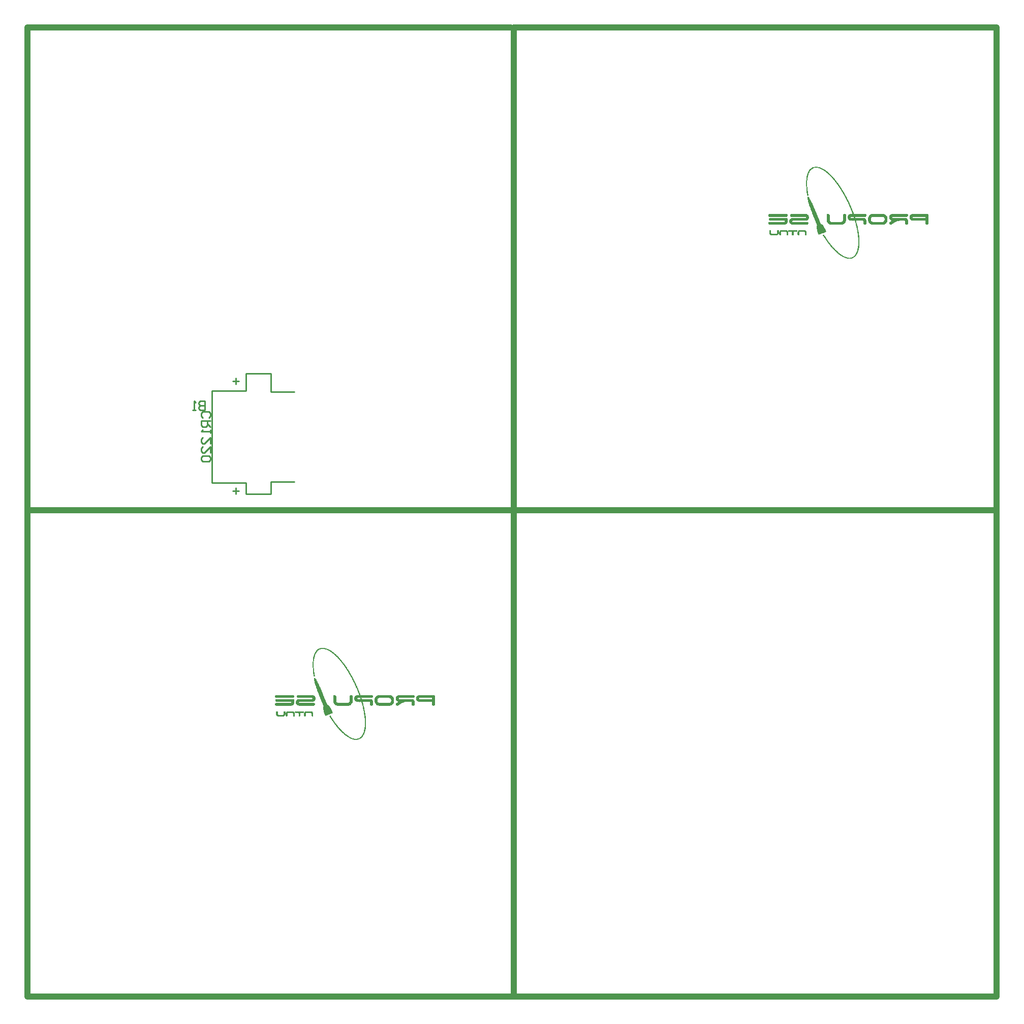
<source format=gbo>
G04*
G04 #@! TF.GenerationSoftware,Altium Limited,Altium Designer,20.0.10 (225)*
G04*
G04 Layer_Color=65280*
%FSLAX25Y25*%
%MOIN*%
G70*
G01*
G75*
%ADD28C,0.01000*%
%ADD36C,0.03937*%
%ADD66C,0.00140*%
D28*
X159843Y396731D02*
X175197D01*
X159843Y337676D02*
X175197D01*
X159843Y329802D02*
Y337676D01*
X143307Y329802D02*
X159843D01*
X143307D02*
Y336889D01*
X121063D02*
X143307D01*
X121063D02*
Y397518D01*
X143307D01*
X159843Y396731D02*
Y408542D01*
X143307D02*
X159843D01*
X143307Y397518D02*
Y408542D01*
X115080Y379860D02*
X114081Y380859D01*
Y382859D01*
X115080Y383858D01*
X119079D01*
X120079Y382859D01*
Y380859D01*
X119079Y379860D01*
X120079Y377860D02*
X114081D01*
Y374861D01*
X115080Y373862D01*
X117080D01*
X118079Y374861D01*
Y377860D01*
Y375861D02*
X120079Y373862D01*
Y371862D02*
Y369863D01*
Y370863D01*
X114081D01*
X115080Y371862D01*
X120079Y362865D02*
Y366864D01*
X116080Y362865D01*
X115080D01*
X114081Y363865D01*
Y365864D01*
X115080Y366864D01*
X120079Y356867D02*
Y360866D01*
X116080Y356867D01*
X115080D01*
X114081Y357867D01*
Y359866D01*
X115080Y360866D01*
Y354868D02*
X114081Y353868D01*
Y351869D01*
X115080Y350869D01*
X119079D01*
X120079Y351869D01*
Y353868D01*
X119079Y354868D01*
X115080D01*
X136765Y333739D02*
Y329740D01*
X134765Y331739D02*
X138764D01*
X136765Y405589D02*
Y401590D01*
X134765Y403590D02*
X138764D01*
X116203Y390794D02*
Y384796D01*
X113204D01*
X112205Y385796D01*
Y386796D01*
X113204Y387795D01*
X116203D01*
X113204D01*
X112205Y388795D01*
Y389795D01*
X113204Y390794D01*
X116203D01*
X110205Y384796D02*
X108206D01*
X109206D01*
Y390794D01*
X110205Y389795D01*
D36*
X0Y316929D02*
Y635827D01*
X316929D01*
X0Y0D02*
Y318898D01*
Y0D02*
X635827D01*
Y318898D01*
X318898Y635827D02*
X318898Y0D01*
X318898Y635827D02*
X635827D01*
Y316929D02*
Y635827D01*
X0Y318898D02*
X635827D01*
D66*
X589027Y511689D02*
X590567D01*
X589027Y511549D02*
X590567D01*
X589027Y511409D02*
X590567D01*
X589027Y511269D02*
X590567D01*
X589027Y511129D02*
X590567D01*
X589027Y510989D02*
X590567D01*
X589027Y510849D02*
X590567D01*
X589027Y509169D02*
X590567D01*
X589027Y509029D02*
X590567D01*
X589027Y508889D02*
X590567D01*
X589027Y508749D02*
X590567D01*
X589027Y508609D02*
X590567D01*
X589027Y508469D02*
X590567D01*
X589027Y508329D02*
X590567D01*
X589027Y508189D02*
X590567D01*
X589027Y508049D02*
X590567D01*
X589027Y507909D02*
X590567D01*
X589027Y507769D02*
X590567D01*
X589027Y507629D02*
X590567D01*
X589027Y507489D02*
X590567D01*
X589027Y507349D02*
X590567D01*
X589027Y507209D02*
X590567D01*
X589027Y507069D02*
X590567D01*
X589167Y506929D02*
X590427D01*
X589307Y506789D02*
X590287D01*
X589587Y506649D02*
X590007D01*
X575307Y509169D02*
X577267D01*
X575587Y509029D02*
X577267D01*
X575587Y508889D02*
X577267D01*
X575727Y508749D02*
X577267D01*
X575727Y508609D02*
X577267D01*
X575727Y508469D02*
X577267D01*
X575727Y508329D02*
X577267D01*
X575727Y508189D02*
X577267D01*
X575727Y508049D02*
X577267D01*
X575727Y507909D02*
X577267D01*
X575727Y507769D02*
X577267D01*
X575727Y507629D02*
X577267D01*
X575727Y507489D02*
X577267D01*
X575727Y507349D02*
X577267D01*
X575727Y507209D02*
X577267D01*
X575727Y507069D02*
X577267D01*
X575867Y506929D02*
X577127D01*
X576007Y506789D02*
X576987D01*
X576287Y506649D02*
X576707D01*
X565367Y511689D02*
X567187D01*
X565367Y511549D02*
X567047D01*
X565367Y511409D02*
X566907D01*
X565367Y511269D02*
X566907D01*
X565367Y511129D02*
X566907D01*
X565367Y510989D02*
X567047D01*
X565367Y510849D02*
X567187D01*
X566907Y509029D02*
X570827D01*
X566767Y508889D02*
X570407D01*
X566487Y508749D02*
X569987D01*
X566347Y508609D02*
X569567D01*
X566207Y508469D02*
X569287D01*
X565927Y508329D02*
X569007D01*
X565787Y508189D02*
X568727D01*
X565647Y508049D02*
X568447D01*
X565507Y507909D02*
X568307D01*
X565367Y507769D02*
X568027D01*
X565367Y507629D02*
X567887D01*
X565367Y507489D02*
X567607D01*
X565367Y507349D02*
X567467D01*
X565367Y507209D02*
X567187D01*
X565367Y507069D02*
X567047D01*
X565507Y506929D02*
X566767D01*
X565647Y506789D02*
X566627D01*
X565927Y506649D02*
X566347D01*
X551787Y511689D02*
X554027D01*
X551647Y511549D02*
X553747D01*
X551647Y511409D02*
X553467D01*
X551647Y511269D02*
X553327D01*
X551507Y511129D02*
X553327D01*
X551507Y510989D02*
X553187D01*
X551507Y510849D02*
X553047D01*
X551507Y510709D02*
X553047D01*
X551367Y510569D02*
X553047D01*
X551367Y510429D02*
X553047D01*
X551367Y510289D02*
X552907D01*
X551367Y510149D02*
X552907D01*
X551367Y510009D02*
X552907D01*
X551367Y509869D02*
X552907D01*
X551367Y509729D02*
X552907D01*
X551367Y509589D02*
X553047D01*
X551367Y509449D02*
X553047D01*
X551507Y509309D02*
X553047D01*
X551507Y509169D02*
X553047D01*
X548007D02*
X549967D01*
X551507Y509029D02*
X553187D01*
X548287D02*
X549967D01*
X551507Y508889D02*
X553187D01*
X548287D02*
X549967D01*
X551647Y508749D02*
X553327D01*
X548427D02*
X549967D01*
X551647Y508609D02*
X553467D01*
X548427D02*
X549967D01*
X551647Y508469D02*
X553747D01*
X548427D02*
X549967D01*
X551787Y508329D02*
X554027D01*
X548427D02*
X549967D01*
X548427Y508189D02*
X549967D01*
X548427Y508049D02*
X549967D01*
X548427Y507909D02*
X549967D01*
X548427Y507769D02*
X549967D01*
X548427Y507629D02*
X549967D01*
X548427Y507489D02*
X549967D01*
X548427Y507349D02*
X549967D01*
X548427Y507209D02*
X549967D01*
X548427Y507069D02*
X549967D01*
X548567Y506929D02*
X549827D01*
X548707Y506789D02*
X549687D01*
X548987Y506649D02*
X549407D01*
X543807Y488029D02*
X544227D01*
X543667Y487889D02*
X544087D01*
X543667Y487749D02*
X544087D01*
X543527Y487609D02*
X544087D01*
X543387Y487469D02*
X543947D01*
X543387Y487329D02*
X543807D01*
X543247Y487189D02*
X543807D01*
X543247Y487049D02*
X543667D01*
X543107Y486909D02*
X543667D01*
X542967Y486769D02*
X543527D01*
X542967Y486629D02*
X543387D01*
X542827Y486489D02*
X543387D01*
X542687Y486349D02*
X543247D01*
X542547Y486209D02*
X543107D01*
X542407Y486069D02*
X542967D01*
X542267Y485929D02*
X542827D01*
X542127Y485789D02*
X542687D01*
X541987Y485649D02*
X542547D01*
X541707Y485509D02*
X542407D01*
X541567Y485369D02*
X542267D01*
X541287Y485229D02*
X542127D01*
X541007Y485089D02*
X541847D01*
X540727Y484949D02*
X541707D01*
X540167Y484809D02*
X541427D01*
X545067Y496009D02*
X545347D01*
X545067Y495869D02*
X545347D01*
X545067Y495729D02*
X545347D01*
X545067Y495589D02*
X545347D01*
X545067Y495449D02*
X545347D01*
X545067Y495309D02*
X545347D01*
X545067Y495169D02*
X545347D01*
X545067Y495029D02*
X545347D01*
X545067Y494889D02*
X545347D01*
X545067Y494749D02*
X545347D01*
X545067Y494609D02*
X545347D01*
X545067Y494469D02*
X545347D01*
X545067Y494329D02*
X545347D01*
X544927Y494189D02*
X545347D01*
X544927Y494049D02*
X545347D01*
X544927Y493909D02*
X545347D01*
X544927Y493769D02*
X545347D01*
X544927Y493629D02*
X545347D01*
X544927Y493489D02*
X545347D01*
X544927Y493349D02*
X545347D01*
X544927Y493209D02*
X545347D01*
X544927Y493069D02*
X545347D01*
X544927Y492929D02*
X545347D01*
X544927Y492789D02*
X545347D01*
X544927Y492649D02*
X545347D01*
X544927Y492509D02*
X545347D01*
X544927Y492369D02*
X545207D01*
X544787Y492229D02*
X545207D01*
X544787Y492089D02*
X545207D01*
X544787Y491949D02*
X545207D01*
X544787Y491809D02*
X545207D01*
X544787Y491669D02*
X545207D01*
X544787Y491529D02*
X545207D01*
X544787Y491389D02*
X545207D01*
X544647Y491249D02*
X545067D01*
X544647Y491109D02*
X545067D01*
X544647Y490969D02*
X545067D01*
X544647Y490829D02*
X545067D01*
X544647Y490689D02*
X545067D01*
X544507Y490549D02*
X544927D01*
X544507Y490409D02*
X544927D01*
X544507Y490269D02*
X544927D01*
X544507Y490129D02*
X544927D01*
X544367Y489989D02*
X544927D01*
X544367Y489849D02*
X544787D01*
X544367Y489709D02*
X544787D01*
X544367Y489569D02*
X544787D01*
X544227Y489429D02*
X544647D01*
X544227Y489289D02*
X544647D01*
X544227Y489149D02*
X544647D01*
X544087Y489009D02*
X544647D01*
X544087Y488869D02*
X544507D01*
X544087Y488729D02*
X544507D01*
X543947Y488589D02*
X544507D01*
X543947Y488449D02*
X544367D01*
X543807Y488309D02*
X544367D01*
X543947Y503989D02*
X544367D01*
X544087Y503849D02*
X544507D01*
X544087Y503709D02*
X544507D01*
X544087Y503569D02*
X544507D01*
X544087Y503429D02*
X544507D01*
X544087Y503289D02*
X544507D01*
X544227Y503149D02*
X544647D01*
X544227Y503009D02*
X544647D01*
X544227Y502869D02*
X544647D01*
X544227Y502729D02*
X544647D01*
X544227Y502589D02*
X544647D01*
X544367Y502449D02*
X544787D01*
X544367Y502309D02*
X544787D01*
X544367Y502169D02*
X544787D01*
X544367Y502029D02*
X544787D01*
X544367Y501889D02*
X544787D01*
X544367Y501749D02*
X544787D01*
X544507Y501609D02*
X544927D01*
X544507Y501469D02*
X544927D01*
X544507Y501329D02*
X544927D01*
X544507Y501189D02*
X544927D01*
X544507Y501049D02*
X544927D01*
X544507Y500909D02*
X544927D01*
X544647Y500769D02*
X544927D01*
X544647Y500629D02*
X545067D01*
X544647Y500489D02*
X545067D01*
X544647Y500349D02*
X545067D01*
X544647Y500209D02*
X545067D01*
X544647Y500069D02*
X545067D01*
X544647Y499929D02*
X545067D01*
X544647Y499789D02*
X545067D01*
X544787Y499649D02*
X545067D01*
X544787Y499509D02*
X545207D01*
X544787Y499369D02*
X545207D01*
X544787Y499229D02*
X545207D01*
X544787Y499089D02*
X545207D01*
X544787Y498949D02*
X545207D01*
X544787Y498809D02*
X545207D01*
X544787Y498669D02*
X545207D01*
X544787Y498529D02*
X545207D01*
X544927Y498389D02*
X545207D01*
X544927Y498249D02*
X545207D01*
X544927Y498109D02*
X545347D01*
X544927Y497969D02*
X545347D01*
X544927Y497829D02*
X545347D01*
X544927Y497689D02*
X545347D01*
X544927Y497549D02*
X545347D01*
X544927Y497409D02*
X545347D01*
X544927Y497269D02*
X545347D01*
X544927Y497129D02*
X545347D01*
X544927Y496989D02*
X545347D01*
X544927Y496849D02*
X545347D01*
X544927Y496709D02*
X545347D01*
X544927Y496569D02*
X545347D01*
X544927Y496429D02*
X545347D01*
X544927Y496289D02*
X545347D01*
X541987Y511689D02*
X542407D01*
X541987Y511549D02*
X542407D01*
X541987Y511409D02*
X542407D01*
X542127Y511269D02*
X542547D01*
X542127Y511129D02*
X542547D01*
X542127Y510989D02*
X542547D01*
X542267Y510849D02*
X542687D01*
Y509169D02*
X543107D01*
X541287D02*
X541427D01*
X542687Y509029D02*
X543247D01*
X541287D02*
X541427D01*
X542827Y508889D02*
X543247D01*
X542827Y508749D02*
X543247D01*
X542827Y508609D02*
X543247D01*
X542967Y508469D02*
X543387D01*
X542967Y508329D02*
X543387D01*
X542967Y508189D02*
X543387D01*
X542967Y508049D02*
X543527D01*
X543107Y507909D02*
X543527D01*
X543107Y507769D02*
X543527D01*
X543107Y507629D02*
X543527D01*
X543247Y507489D02*
X543667D01*
X543247Y507349D02*
X543667D01*
X543247Y507209D02*
X543667D01*
X543247Y507069D02*
X543667D01*
X543387Y506929D02*
X543807D01*
X543387Y506789D02*
X543807D01*
X543387Y506649D02*
X543807D01*
X543387Y506509D02*
X543807D01*
X543527Y506369D02*
X543947D01*
X543527Y506229D02*
X543947D01*
X543527Y506089D02*
X543947D01*
X543527Y505949D02*
X543947D01*
X543667Y505809D02*
X544087D01*
X543667Y505669D02*
X544087D01*
X543667Y505529D02*
X544087D01*
X543667Y505389D02*
X544087D01*
X543807Y505249D02*
X544227D01*
X543807Y505109D02*
X544227D01*
X543807Y504969D02*
X544227D01*
X543807Y504829D02*
X544227D01*
X543807Y504689D02*
X544227D01*
X543947Y504549D02*
X544367D01*
X543947Y504409D02*
X544367D01*
X543947Y504269D02*
X544367D01*
X539467Y518269D02*
X539887D01*
X539467Y518129D02*
X540027D01*
X539607Y517989D02*
X540027D01*
X539607Y517849D02*
X540027D01*
X539607Y517709D02*
X540167D01*
X539747Y517569D02*
X540167D01*
X539747Y517429D02*
X540307D01*
X539887Y517289D02*
X540307D01*
X539887Y517149D02*
X540307D01*
X540027Y517009D02*
X540447D01*
X540027Y516869D02*
X540447D01*
X540027Y516729D02*
X540587D01*
X540167Y516589D02*
X540587D01*
X540167Y516449D02*
X540587D01*
X540307Y516309D02*
X540727D01*
X540307Y516169D02*
X540727D01*
X540307Y516029D02*
X540867D01*
X540447Y515889D02*
X540867D01*
X540447Y515749D02*
X540867D01*
X540587Y515609D02*
X541007D01*
X540587Y515469D02*
X541007D01*
X540587Y515329D02*
X541147D01*
X540727Y515189D02*
X541147D01*
X540727Y515049D02*
X541147D01*
X540727Y514909D02*
X541287D01*
X540867Y514769D02*
X541287D01*
X540867Y514629D02*
X541287D01*
X541007Y514489D02*
X541427D01*
X541007Y514349D02*
X541427D01*
X541007Y514209D02*
X541567D01*
X541147Y514069D02*
X541567D01*
X541147Y513929D02*
X541567D01*
X541147Y513789D02*
X541707D01*
X541287Y513649D02*
X541707D01*
X541287Y513509D02*
X541707D01*
X541287Y513369D02*
X541847D01*
X531487Y487749D02*
X532187D01*
X531627Y487609D02*
X532327D01*
X531907Y487469D02*
X532607D01*
X532047Y487329D02*
X532747D01*
X532187Y487189D02*
X532887D01*
X532327Y487049D02*
X533167D01*
X532607Y486909D02*
X533307D01*
X532747Y486769D02*
X533587D01*
X533027Y486629D02*
X533727D01*
X533167Y486489D02*
X534007D01*
X533307Y486349D02*
X534147D01*
X533587Y486209D02*
X534427D01*
X533867Y486069D02*
X534707D01*
X534007Y485929D02*
X534847D01*
X534287Y485789D02*
X535127D01*
X534567Y485649D02*
X535407D01*
X534707Y485509D02*
X535687D01*
X534987Y485369D02*
X536107D01*
X535267Y485229D02*
X536387D01*
X535547Y485089D02*
X536807D01*
X535967Y484949D02*
X537227D01*
X536247Y484809D02*
X537787D01*
X536667Y484669D02*
X538767D01*
X535127Y511969D02*
X536667D01*
X535127Y511829D02*
X536667D01*
X535127Y511689D02*
X536667D01*
X535127Y511549D02*
X536667D01*
X535127Y511409D02*
X536667D01*
X535127Y511269D02*
X536667D01*
X535127Y511129D02*
X536667D01*
X535127Y510989D02*
X536667D01*
X535127Y510849D02*
X536667D01*
X535127Y510709D02*
X536667D01*
X535127Y510569D02*
X536667D01*
X535127Y510429D02*
X536667D01*
X535127Y510289D02*
X536667D01*
X535127Y510149D02*
X536667D01*
X535127Y510009D02*
X536667D01*
X535127Y509869D02*
X536667D01*
X535127Y509729D02*
X536667D01*
X534987Y509589D02*
X536667D01*
X534987Y509449D02*
X536667D01*
X534987Y509309D02*
X536667D01*
X534987Y509169D02*
X536667D01*
X534847Y509029D02*
X536527D01*
X534707Y508889D02*
X536527D01*
X534707Y508749D02*
X536527D01*
X534567Y508609D02*
X536387D01*
X534287Y508469D02*
X536387D01*
X534007Y508329D02*
X536387D01*
X538627Y519949D02*
X539187D01*
X538767Y519809D02*
X539187D01*
X535407Y513229D02*
X536387D01*
X535267Y513089D02*
X536527D01*
X535127Y512949D02*
X536667D01*
X535127Y512809D02*
X536667D01*
X535127Y512669D02*
X536667D01*
X535127Y512529D02*
X536667D01*
X535127Y512389D02*
X536667D01*
X535127Y512249D02*
X536667D01*
X534567Y527929D02*
X534987D01*
X534567Y527789D02*
X535127D01*
X534707Y527649D02*
X535267D01*
X534847Y527509D02*
X535267D01*
X534847Y527369D02*
X535407D01*
X534987Y527229D02*
X535407D01*
X534987Y527089D02*
X535547D01*
X535127Y526949D02*
X535547D01*
X535127Y526809D02*
X535687D01*
X535267Y526669D02*
X535827D01*
X535407Y526529D02*
X535827D01*
X535407Y526389D02*
X535967D01*
X535547Y526249D02*
X535967D01*
X535547Y526109D02*
X536107D01*
X535687Y525969D02*
X536107D01*
X535687Y525829D02*
X536247D01*
X535827Y525689D02*
X536247D01*
X535967Y525549D02*
X536387D01*
X535967Y525409D02*
X536527D01*
X536107Y525269D02*
X536527D01*
X536107Y525129D02*
X536667D01*
X536247Y524989D02*
X536667D01*
X536247Y524849D02*
X536807D01*
X536387Y524709D02*
X536807D01*
X536387Y524569D02*
X536947D01*
X536527Y524429D02*
X536947D01*
X536527Y524289D02*
X537087D01*
X536667Y524149D02*
X537087D01*
X536667Y524009D02*
X537227D01*
X536807Y523869D02*
X537227D01*
X536807Y523729D02*
X537367D01*
X536947Y523589D02*
X537367D01*
X536947Y523449D02*
X537507D01*
X537087Y523309D02*
X537507D01*
X537087Y523169D02*
X537647D01*
X537227Y523029D02*
X537647D01*
X537227Y522889D02*
X537787D01*
X537367Y522749D02*
X537787D01*
X537367Y522609D02*
X537927D01*
X537507Y522469D02*
X537927D01*
X537507Y522329D02*
X538067D01*
X537647Y522189D02*
X538067D01*
X537647Y522049D02*
X538207D01*
X537787Y521909D02*
X538207D01*
X537787Y521769D02*
X538347D01*
X537927Y521629D02*
X538347D01*
X537927Y521489D02*
X538487D01*
X538067Y521349D02*
X538487D01*
X538067Y521209D02*
X538627D01*
X538207Y521069D02*
X538627D01*
X538207Y520929D02*
X538767D01*
X538347Y520789D02*
X538767D01*
X538347Y520649D02*
X538907D01*
X538487Y520509D02*
X538907D01*
X538487Y520369D02*
X538907D01*
X538627Y520229D02*
X539047D01*
X531487Y532689D02*
X531907D01*
X531487Y532549D02*
X532047D01*
X531627Y532409D02*
X532187D01*
X531767Y532269D02*
X532327D01*
X531767Y532129D02*
X532327D01*
X531907Y531989D02*
X532467D01*
X532047Y531849D02*
X532607D01*
X532187Y531709D02*
X532607D01*
X532187Y531569D02*
X532747D01*
X532327Y531429D02*
X532887D01*
X532467Y531289D02*
X532887D01*
X532467Y531149D02*
X533027D01*
X532607Y531009D02*
X533167D01*
X532747Y530869D02*
X533167D01*
X532747Y530729D02*
X533307D01*
X532887Y530589D02*
X533447D01*
X533027Y530449D02*
X533447D01*
X533027Y530309D02*
X533587D01*
X533167Y530169D02*
X533727D01*
X533307Y530029D02*
X533727D01*
X533307Y529889D02*
X533867D01*
X533447Y529749D02*
X533867D01*
X533447Y529609D02*
X534007D01*
X533587Y529469D02*
X534147D01*
X533727Y529329D02*
X534147D01*
X533727Y529189D02*
X534287D01*
X533867Y529049D02*
X534427D01*
X534007Y528909D02*
X534427D01*
X534007Y528769D02*
X534567D01*
X534147Y528629D02*
X534567D01*
X534147Y528489D02*
X534707D01*
X534287Y528349D02*
X534847D01*
X534427Y528209D02*
X534847D01*
X524207Y496009D02*
X524767D01*
X524207Y495869D02*
X524767D01*
X524347Y495729D02*
X524907D01*
X524487Y495589D02*
X525047D01*
X524627Y495449D02*
X525047D01*
X524627Y495309D02*
X525187D01*
X524767Y495169D02*
X525327D01*
X524907Y495029D02*
X525467D01*
X525047Y494889D02*
X525467D01*
X525047Y494749D02*
X525607D01*
X525187Y494609D02*
X525747D01*
X525327Y494469D02*
X525887D01*
X525467Y494329D02*
X525887D01*
X525467Y494189D02*
X526027D01*
X525607Y494049D02*
X526167D01*
X525747Y493909D02*
X526307D01*
X525887Y493769D02*
X526447D01*
X525887Y493629D02*
X526447D01*
X526027Y493489D02*
X526587D01*
X526167Y493349D02*
X526727D01*
X526307Y493209D02*
X526867D01*
X526447Y493069D02*
X527007D01*
X526447Y492929D02*
X527007D01*
X526587Y492789D02*
X527147D01*
X526727Y492649D02*
X527287D01*
X526867Y492509D02*
X527427D01*
X527007Y492369D02*
X527567D01*
X527147Y492229D02*
X527707D01*
X527147Y492089D02*
X527847D01*
X527287Y491949D02*
X527847D01*
X527427Y491809D02*
X527987D01*
X527567Y491669D02*
X528127D01*
X527707Y491529D02*
X528267D01*
X527847Y491389D02*
X528407D01*
X527987Y491249D02*
X528547D01*
X527987Y491109D02*
X528687D01*
X528127Y490969D02*
X528827D01*
X528267Y490829D02*
X528967D01*
X528407Y490689D02*
X529107D01*
X528547Y490549D02*
X529247D01*
X528687Y490409D02*
X529387D01*
X528827Y490269D02*
X529387D01*
X528967Y490129D02*
X529527D01*
X529107Y489989D02*
X529667D01*
X529247Y489849D02*
X529807D01*
X529387Y489709D02*
X529947D01*
X529527Y489569D02*
X530227D01*
X529667Y489429D02*
X530367D01*
X529807Y489289D02*
X530507D01*
X529947Y489149D02*
X530647D01*
X530087Y489009D02*
X530787D01*
X530227Y488869D02*
X530927D01*
X530367Y488729D02*
X531067D01*
X530507Y488589D02*
X531207D01*
X523507Y496989D02*
X524067D01*
X523647Y496849D02*
X524067D01*
X523647Y496709D02*
X524207D01*
X523787Y496569D02*
X524347D01*
X523927Y496429D02*
X524347D01*
X523927Y496289D02*
X524487D01*
X524207Y511969D02*
X525887D01*
X524207Y511829D02*
X525887D01*
X524207Y511689D02*
X525887D01*
X524207Y511549D02*
X525887D01*
X524207Y511409D02*
X525887D01*
X524207Y511269D02*
X525887D01*
X524207Y511129D02*
X525887D01*
X524207Y510989D02*
X525887D01*
X524207Y510849D02*
X525887D01*
X524207Y510709D02*
X525887D01*
X524207Y510569D02*
X525887D01*
X524207Y510429D02*
X525887D01*
X524207Y510289D02*
X525887D01*
X524207Y510149D02*
X525887D01*
X524207Y510009D02*
X525887D01*
X524207Y509869D02*
X525887D01*
X524207Y509729D02*
X525887D01*
X524207Y509589D02*
X525887D01*
X524207Y509449D02*
X525887D01*
X524347Y509309D02*
X525887D01*
X524347Y509169D02*
X526027D01*
X524347Y509029D02*
X526027D01*
X524347Y508889D02*
X526167D01*
X524487Y508749D02*
X526307D01*
X524487Y508609D02*
X526447D01*
X524487Y508469D02*
X526587D01*
X524627Y508329D02*
X526867D01*
X524487Y513229D02*
X525467D01*
X524347Y513089D02*
X525607D01*
X524347Y512949D02*
X525747D01*
X524207Y512809D02*
X525747D01*
X524207Y512669D02*
X525887D01*
X524207Y512529D02*
X525887D01*
X524207Y512389D02*
X525887D01*
X524207Y512249D02*
X525887D01*
X528827Y536049D02*
X529387D01*
X528967Y535909D02*
X529527D01*
X529107Y535769D02*
X529667D01*
X529247Y535629D02*
X529807D01*
X529247Y535489D02*
X529807D01*
X529387Y535349D02*
X529947D01*
X529527Y535209D02*
X530087D01*
X529667Y535069D02*
X530227D01*
X529807Y534929D02*
X530367D01*
X529807Y534789D02*
X530367D01*
X529947Y534649D02*
X530507D01*
X530087Y534509D02*
X530647D01*
X530227Y534369D02*
X530787D01*
X530227Y534229D02*
X530787D01*
X530367Y534089D02*
X530927D01*
X530507Y533949D02*
X531067D01*
X530647Y533809D02*
X531207D01*
X530787Y533669D02*
X531207D01*
X523507Y541229D02*
X524207D01*
X523647Y541089D02*
X524487D01*
X523927Y540949D02*
X524627D01*
X524067Y540809D02*
X524767D01*
X524207Y540669D02*
X524907D01*
X524347Y540529D02*
X525047D01*
X524627Y540389D02*
X525327D01*
X524767Y540249D02*
X525467D01*
X524907Y540109D02*
X525607D01*
X525047Y539969D02*
X525747D01*
X525187Y539829D02*
X525887D01*
X525327Y539689D02*
X526027D01*
X525467Y539549D02*
X526167D01*
X525607Y539409D02*
X526307D01*
X525887Y539269D02*
X526447D01*
X526027Y539129D02*
X526587D01*
X526167Y538989D02*
X526727D01*
X526307Y538849D02*
X526867D01*
X526447Y538709D02*
X527007D01*
X526587Y538569D02*
X527147D01*
X526727Y538429D02*
X527287D01*
X526867Y538289D02*
X527427D01*
X527007Y538149D02*
X527567D01*
X527147Y538009D02*
X527707D01*
X527147Y537869D02*
X527847D01*
X527287Y537729D02*
X527987D01*
X527427Y537589D02*
X528127D01*
X527567Y537449D02*
X528267D01*
X527707Y537309D02*
X528267D01*
X527847Y537169D02*
X528407D01*
X527987Y537029D02*
X528547D01*
X528127Y536889D02*
X528687D01*
X528267Y536749D02*
X528827D01*
X528407Y536609D02*
X528967D01*
X528407Y536469D02*
X529107D01*
X528547Y536329D02*
X529247D01*
X517767Y503989D02*
X522667D01*
X517767Y503849D02*
X522807D01*
X517907Y503709D02*
X522807D01*
X517907Y503569D02*
X522947D01*
X517907Y503429D02*
X522947D01*
X517907Y503289D02*
X523087D01*
X517907Y503149D02*
X523087D01*
X518047Y503009D02*
X523227D01*
X518047Y502869D02*
X523227D01*
X518327Y501609D02*
X522947D01*
X518467Y501469D02*
X522667D01*
X518467Y501329D02*
X522247D01*
X518467Y501189D02*
X521967D01*
X518607Y501049D02*
X521547D01*
X518607Y500909D02*
X521267D01*
X518747Y500769D02*
X520847D01*
X518747Y500629D02*
X520567D01*
X518747Y500489D02*
X520147D01*
X518887Y500349D02*
X519867D01*
X518887Y500209D02*
X519447D01*
X518887Y500069D02*
X519027D01*
X521967Y499789D02*
X522247D01*
X521827Y499649D02*
X522247D01*
X521827Y499509D02*
X522387D01*
X521967Y499369D02*
X522527D01*
X521967Y499229D02*
X522527D01*
X522107Y499089D02*
X522667D01*
X522247Y498949D02*
X522667D01*
X522247Y498809D02*
X522807D01*
X522387Y498669D02*
X522947D01*
X522527Y498529D02*
X522947D01*
X522527Y498389D02*
X523087D01*
X522667Y498249D02*
X523227D01*
X522807Y498109D02*
X523227D01*
X515667Y511969D02*
X518047D01*
X515667Y511829D02*
X518047D01*
X515667Y511689D02*
X518187D01*
X515807Y511549D02*
X518187D01*
X515807Y511409D02*
X518187D01*
X515947Y511269D02*
X518327D01*
X515947Y511129D02*
X518327D01*
X515947Y510989D02*
X518467D01*
X516087Y510849D02*
X518467D01*
X516087Y510709D02*
X518467D01*
X516227Y510569D02*
X518607D01*
X516227Y510429D02*
X518607D01*
X516227Y510289D02*
X518747D01*
X516367Y510149D02*
X518747D01*
X516367Y510009D02*
X518747D01*
X516507Y509869D02*
X518887D01*
X516507Y509729D02*
X518887D01*
X516507Y509589D02*
X519027D01*
X516647Y509449D02*
X519027D01*
X516647Y509309D02*
X519027D01*
X516787Y509169D02*
X519167D01*
X516787Y509029D02*
X519167D01*
X516787Y508889D02*
X519307D01*
X516927Y508749D02*
X519307D01*
X516927Y508609D02*
X519447D01*
X517067Y508469D02*
X519447D01*
X517067Y508329D02*
X519447D01*
X517067Y508189D02*
X519587D01*
X517207Y508049D02*
X519587D01*
X517207Y507909D02*
X519727D01*
X517347Y507769D02*
X519727D01*
X517347Y507629D02*
X519727D01*
X517347Y507489D02*
X519867D01*
X517487Y507349D02*
X519867D01*
X517487Y507209D02*
X520007D01*
X517627Y507069D02*
X520007D01*
X517627Y506929D02*
X520007D01*
X517627Y506789D02*
X520567D01*
X517767Y506649D02*
X520847D01*
X517767Y506509D02*
X520987D01*
X517907Y506369D02*
X521127D01*
X517907Y506229D02*
X521267D01*
X517907Y506089D02*
X521407D01*
X517907Y505949D02*
X521547D01*
X517767Y505809D02*
X521547D01*
X517767Y505669D02*
X521687D01*
X517767Y505529D02*
X521827D01*
X517767Y505389D02*
X521967D01*
X517767Y505249D02*
X521967D01*
X517767Y505109D02*
X522107D01*
X517767Y504969D02*
X522107D01*
X517767Y504829D02*
X522247D01*
X517767Y504689D02*
X522387D01*
X517767Y504549D02*
X522387D01*
X517767Y504409D02*
X522527D01*
X517767Y504269D02*
X522527D01*
X515527Y512249D02*
X517907D01*
X518187Y543889D02*
X519727D01*
X518747Y543749D02*
X520147D01*
X519307Y543609D02*
X520427D01*
X519727Y543469D02*
X520707D01*
X520007Y543329D02*
X520987D01*
X520287Y543189D02*
X521267D01*
X520707Y543049D02*
X521547D01*
X520987Y542909D02*
X521827D01*
X521127Y542769D02*
X522107D01*
X521407Y542629D02*
X522247D01*
X521687Y542489D02*
X522527D01*
X521967Y542349D02*
X522667D01*
X522107Y542209D02*
X522947D01*
X522387Y542069D02*
X523087D01*
X516227Y544309D02*
X518047D01*
X509647Y501889D02*
X510627D01*
X509787Y501749D02*
X510627D01*
X509927Y501609D02*
X510767D01*
X509927Y501469D02*
X510767D01*
X509927Y501329D02*
X510767D01*
X509927Y501189D02*
X510767D01*
X509927Y501049D02*
X510767D01*
X509927Y500909D02*
X510767D01*
X509927Y500769D02*
X510767D01*
X509927Y500629D02*
X510767D01*
X509927Y500489D02*
X510767D01*
X509927Y500349D02*
X510767D01*
X509927Y500209D02*
X510767D01*
X509927Y500069D02*
X510767D01*
X509927Y499929D02*
X510767D01*
X510067Y499789D02*
X510767D01*
X510207Y499649D02*
X510627D01*
X510487Y511689D02*
X512307D01*
X510627Y511549D02*
X512307D01*
X510767Y511409D02*
X512307D01*
X510767Y511269D02*
X512307D01*
X510767Y511129D02*
X512307D01*
X510627Y510989D02*
X512307D01*
X510487Y510849D02*
X512307D01*
X512587Y519949D02*
X514687D01*
X512727Y519809D02*
X514687D01*
X512727Y519669D02*
X514687D01*
X512727Y519529D02*
X514827D01*
X512867Y519389D02*
X514827D01*
X512867Y519249D02*
X514967D01*
X512867Y519109D02*
X514967D01*
X513007Y518969D02*
X515107D01*
X513007Y518829D02*
X515107D01*
X513007Y518689D02*
X515247D01*
X513147Y518549D02*
X515247D01*
X511187Y527929D02*
X511607D01*
X511187Y527789D02*
X511607D01*
X511187Y527649D02*
X511607D01*
X511187Y527509D02*
X511607D01*
X511327Y527369D02*
X511747D01*
X511327Y527229D02*
X511747D01*
X511327Y527089D02*
X511747D01*
X511327Y526949D02*
X511747D01*
X511327Y526809D02*
X511747D01*
X511327Y526669D02*
X511747D01*
X511467Y526529D02*
X511747D01*
X511467Y526389D02*
X511887D01*
X511467Y526249D02*
X511887D01*
X511467Y526109D02*
X511887D01*
X511467Y525969D02*
X511887D01*
X511467Y525829D02*
X511887D01*
X511607Y524569D02*
X512027D01*
X511607Y524429D02*
X512167D01*
X511607Y524289D02*
X512307D01*
X511607Y524149D02*
X512307D01*
X511607Y524009D02*
X512447D01*
X511607Y523869D02*
X512587D01*
X511607Y523729D02*
X512587D01*
X511607Y523589D02*
X512727D01*
X511607Y523449D02*
X512867D01*
X511747Y523309D02*
X512867D01*
X511747Y523169D02*
X513007D01*
X511747Y523029D02*
X513007D01*
X511747Y522889D02*
X513147D01*
X511887Y522749D02*
X513287D01*
X511887Y522609D02*
X513287D01*
X511887Y522469D02*
X513427D01*
X511887Y522329D02*
X513427D01*
X512027Y522189D02*
X513567D01*
X512027Y522049D02*
X513567D01*
X512027Y521909D02*
X513707D01*
X512027Y521769D02*
X513707D01*
X512167Y521629D02*
X513847D01*
X512167Y521489D02*
X513847D01*
X512167Y521349D02*
X513987D01*
X512307Y521209D02*
X513987D01*
X512307Y521069D02*
X514127D01*
X512307Y520929D02*
X514127D01*
X512447Y520789D02*
X514267D01*
X512447Y520649D02*
X514267D01*
X512447Y520509D02*
X514407D01*
X512447Y520369D02*
X514407D01*
X512587Y520229D02*
X514547D01*
X510907Y536049D02*
X511327D01*
X510907Y535909D02*
X511327D01*
X510907Y535769D02*
X511327D01*
X510907Y535629D02*
X511187D01*
X510907Y535489D02*
X511187D01*
X510907Y535349D02*
X511187D01*
X510767Y535209D02*
X511187D01*
X510767Y535069D02*
X511187D01*
X510767Y534929D02*
X511187D01*
X510767Y534789D02*
X511187D01*
X510767Y534649D02*
X511187D01*
X510767Y534509D02*
X511187D01*
X510767Y534369D02*
X511187D01*
X510767Y534229D02*
X511187D01*
X510767Y534089D02*
X511187D01*
X510767Y533949D02*
X511187D01*
X510767Y533809D02*
X511187D01*
X510767Y533669D02*
X511187D01*
X510767Y533529D02*
X511187D01*
X510767Y533389D02*
X511187D01*
X510767Y533249D02*
X511187D01*
X510767Y533109D02*
X511187D01*
X510767Y532969D02*
X511187D01*
X510767Y532829D02*
X511187D01*
X510767Y532689D02*
X511187D01*
X510767Y532549D02*
X511187D01*
X510767Y532409D02*
X511187D01*
X510767Y532269D02*
X511187D01*
X510767Y532129D02*
X511187D01*
X510767Y531989D02*
X511187D01*
X510767Y531849D02*
X511187D01*
X510767Y531709D02*
X511187D01*
X510767Y531569D02*
X511187D01*
X510907Y531429D02*
X511187D01*
X510907Y531289D02*
X511187D01*
X510907Y531149D02*
X511187D01*
X510907Y531009D02*
X511327D01*
X510907Y530869D02*
X511327D01*
X510907Y530729D02*
X511327D01*
X510907Y530589D02*
X511327D01*
X510907Y530449D02*
X511327D01*
X510907Y530309D02*
X511327D01*
X510907Y530169D02*
X511327D01*
X510907Y530029D02*
X511327D01*
X510907Y529889D02*
X511327D01*
X510907Y529749D02*
X511327D01*
X511047Y529609D02*
X511327D01*
X511047Y529469D02*
X511467D01*
X511047Y529329D02*
X511467D01*
X511047Y529189D02*
X511467D01*
X511047Y529049D02*
X511467D01*
X511047Y528909D02*
X511467D01*
X511047Y528769D02*
X511467D01*
X511047Y528629D02*
X511467D01*
X511047Y528489D02*
X511467D01*
X511187Y528349D02*
X511607D01*
X511187Y528209D02*
X511607D01*
X514407Y543609D02*
X515247D01*
X514127Y543469D02*
X514967D01*
X513987Y543329D02*
X514687D01*
X513847Y543189D02*
X514547D01*
X513567Y543049D02*
X514267D01*
X513427Y542909D02*
X514127D01*
X513287Y542769D02*
X513987D01*
X513147Y542629D02*
X513847D01*
X513147Y542489D02*
X513707D01*
X513007Y542349D02*
X513567D01*
X512867Y542209D02*
X513427D01*
X512727Y542069D02*
X513287D01*
X512727Y541929D02*
X513147D01*
X512587Y541789D02*
X513147D01*
X512447Y541649D02*
X513007D01*
X512447Y541509D02*
X512867D01*
X512307Y541369D02*
X512867D01*
X512307Y541229D02*
X512727D01*
X512167Y541089D02*
X512727D01*
X512167Y540949D02*
X512587D01*
X512027Y540809D02*
X512587D01*
X512027Y540669D02*
X512447D01*
X511887Y540529D02*
X512447D01*
X511887Y540389D02*
X512307D01*
X511747Y540249D02*
X512307D01*
X511747Y540109D02*
X512167D01*
X511747Y539969D02*
X512167D01*
X511607Y539829D02*
X512167D01*
X511607Y539689D02*
X512027D01*
X511607Y539549D02*
X512027D01*
X511467Y539409D02*
X512027D01*
X511467Y539269D02*
X511887D01*
X511467Y539129D02*
X511887D01*
X511467Y538989D02*
X511887D01*
X511327Y538849D02*
X511747D01*
X511327Y538709D02*
X511747D01*
X511327Y538569D02*
X511747D01*
X511327Y538429D02*
X511747D01*
X511187Y538289D02*
X511607D01*
X511187Y538149D02*
X511607D01*
X511187Y538009D02*
X511607D01*
X511187Y537869D02*
X511607D01*
X511187Y537729D02*
X511607D01*
X511047Y537589D02*
X511467D01*
X511047Y537449D02*
X511467D01*
X511047Y537309D02*
X511467D01*
X511047Y537169D02*
X511467D01*
X511047Y537029D02*
X511467D01*
X511047Y536889D02*
X511467D01*
X510907Y536749D02*
X511327D01*
X510907Y536609D02*
X511327D01*
X510907Y536469D02*
X511327D01*
X510907Y536329D02*
X511327D01*
X505307Y501889D02*
X506287D01*
X501247D02*
X502227D01*
X505307Y501749D02*
X506147D01*
X501387D02*
X502227D01*
X505307Y501609D02*
X506147D01*
X501387D02*
X502227D01*
X505167Y501469D02*
X506007D01*
X501527D02*
X502367D01*
X505167Y501329D02*
X506007D01*
X501527D02*
X502367D01*
X505167Y501189D02*
X506007D01*
X501527D02*
X502367D01*
X505167Y501049D02*
X506007D01*
X501527D02*
X502367D01*
X505167Y500909D02*
X506007D01*
X501527D02*
X502367D01*
X505167Y500769D02*
X506007D01*
X501527D02*
X502367D01*
X505167Y500629D02*
X506007D01*
X501527D02*
X502367D01*
X505167Y500489D02*
X506007D01*
X501527D02*
X502367D01*
X505167Y500349D02*
X506007D01*
X501527D02*
X502367D01*
X505167Y500209D02*
X506007D01*
X501527D02*
X502367D01*
X505167Y500069D02*
X506007D01*
X501527D02*
X502367D01*
X505167Y499929D02*
X506007D01*
X501527D02*
X502367D01*
X505307Y499789D02*
X506007D01*
X501527D02*
X502227D01*
X505447Y499649D02*
X505727D01*
X501667D02*
X502087D01*
X499847Y509169D02*
X501667D01*
X499847Y509029D02*
X501527D01*
X499847Y508889D02*
X501387D01*
X499847Y508749D02*
X501387D01*
X499847Y508609D02*
X501387D01*
X499847Y508469D02*
X501387D01*
X499847Y508329D02*
X501527D01*
X494107Y502729D02*
X497747D01*
X492007D02*
X492427D01*
X493827Y502589D02*
X498027D01*
X491867D02*
X492567D01*
X493687Y502449D02*
X498167D01*
X491727D02*
X492567D01*
X493547Y502309D02*
X498307D01*
X491727D02*
X492567D01*
X493407Y502169D02*
X498447D01*
X491727D02*
X492567D01*
X493407Y502029D02*
X498587D01*
X491727D02*
X492567D01*
X497607Y501889D02*
X498587D01*
X493267D02*
X494247D01*
X491727D02*
X492567D01*
X497747Y501749D02*
X498587D01*
X493267D02*
X494107D01*
X491727D02*
X492567D01*
X497887Y501609D02*
X498727D01*
X493267D02*
X494107D01*
X491727D02*
X492567D01*
X497887Y501469D02*
X498727D01*
X493127D02*
X493967D01*
X491727D02*
X492567D01*
X497887Y501329D02*
X498727D01*
X493127D02*
X493967D01*
X491727D02*
X492567D01*
X497887Y501189D02*
X498727D01*
X493127D02*
X493967D01*
X491727D02*
X492567D01*
X497887Y501049D02*
X498727D01*
X493127D02*
X493967D01*
X491727D02*
X492567D01*
X497887Y500909D02*
X498727D01*
X493127D02*
X493967D01*
X491727D02*
X492567D01*
X497887Y500769D02*
X498727D01*
X493127D02*
X493967D01*
X491727D02*
X492567D01*
X497887Y500629D02*
X498727D01*
X493127D02*
X493967D01*
X491587D02*
X492427D01*
X497887Y500489D02*
X498727D01*
X493127D02*
X493967D01*
X497887Y500349D02*
X498727D01*
X493127D02*
X493967D01*
X497887Y500209D02*
X498727D01*
X493127D02*
X493967D01*
X497887Y500069D02*
X498727D01*
X493127D02*
X493967D01*
X497887Y499929D02*
X498727D01*
X493127D02*
X493967D01*
X498027Y499789D02*
X498727D01*
X493267D02*
X493967D01*
X498167Y499649D02*
X498587D01*
X493407D02*
X493687D01*
X496767Y509169D02*
X498307D01*
X496767Y509029D02*
X498307D01*
X496767Y508889D02*
X498307D01*
X496767Y508749D02*
X498307D01*
X496767Y508609D02*
X498307D01*
X496627Y508469D02*
X498307D01*
X496627Y508329D02*
X498307D01*
X486967Y502729D02*
X487387D01*
X486827Y502589D02*
X487527D01*
X486687Y502449D02*
X487527D01*
X486687Y502309D02*
X487527D01*
X486687Y502169D02*
X487527D01*
X486687Y502029D02*
X487527D01*
X486687Y501889D02*
X487527D01*
X486687Y501749D02*
X487527D01*
X486687Y501609D02*
X487527D01*
X486687Y501469D02*
X487527D01*
X486687Y501329D02*
X487527D01*
X486687Y501189D02*
X487527D01*
X486687Y501049D02*
X487527D01*
X486827Y500909D02*
X487527D01*
X486827Y500769D02*
X487667D01*
X486827Y500629D02*
X487667D01*
X486827Y500489D02*
X487947D01*
X543807Y488169D02*
X544227D01*
X543947Y504129D02*
X544367D01*
X545067Y496149D02*
X545347D01*
X538627Y520089D02*
X539047D01*
X535127Y512109D02*
X536667D01*
X534427Y528069D02*
X534987D01*
X524207Y512109D02*
X525887D01*
X524067Y496149D02*
X524627D01*
X528687Y536189D02*
X529247D01*
X515527Y512109D02*
X517907D01*
X517767Y504129D02*
X522667D01*
X515667Y544169D02*
X518747D01*
X512587Y520089D02*
X514547D01*
X510907Y536189D02*
X511327D01*
X511187Y528069D02*
X511607D01*
X578667Y511969D02*
X590567D01*
X578667Y511829D02*
X590567D01*
X578667Y511689D02*
X580487D01*
X578667Y511549D02*
X580347D01*
X578667Y511409D02*
X580207D01*
X578667Y511269D02*
X580207D01*
X578667Y511129D02*
X580207D01*
X578667Y510989D02*
X580347D01*
X578667Y510849D02*
X580487D01*
X578667Y510709D02*
X590567D01*
X578667Y510569D02*
X590567D01*
X578807Y510429D02*
X590567D01*
X578807Y510289D02*
X590567D01*
X578947Y510149D02*
X590567D01*
X579087Y510009D02*
X590567D01*
X579087Y509869D02*
X590567D01*
X579227Y509729D02*
X590567D01*
X579507Y509589D02*
X590567D01*
X579647Y509449D02*
X590567D01*
X580067Y509309D02*
X590567D01*
X579927Y513229D02*
X590287D01*
X579647Y513089D02*
X590427D01*
X579367Y512949D02*
X590567D01*
X579227Y512809D02*
X590567D01*
X579087Y512669D02*
X590567D01*
X578947Y512529D02*
X590567D01*
X578947Y512389D02*
X590567D01*
X578807Y512249D02*
X590567D01*
X539327Y484669D02*
X541147D01*
X537227Y484529D02*
X540727D01*
X537787Y484389D02*
X540167D01*
X551927Y511969D02*
X563267D01*
X538067D02*
X549687D01*
X551787Y511829D02*
X563407D01*
X538067D02*
X549547D01*
X561167Y511689D02*
X563407D01*
X538067D02*
X539887D01*
X561447Y511549D02*
X563547D01*
X538067D02*
X539747D01*
X561727Y511409D02*
X563547D01*
X538067D02*
X539607D01*
X561867Y511269D02*
X563687D01*
X538067D02*
X539607D01*
X562007Y511129D02*
X563687D01*
X538067D02*
X539607D01*
X562007Y510989D02*
X563687D01*
X538067D02*
X539747D01*
X562147Y510849D02*
X563687D01*
X538067D02*
X539887D01*
X562147Y510709D02*
X563827D01*
X538067D02*
X548707D01*
X562287Y510569D02*
X563827D01*
X538067D02*
X548987D01*
X562287Y510429D02*
X563827D01*
X538207D02*
X549267D01*
X562287Y510289D02*
X563827D01*
X538207D02*
X549407D01*
X562287Y510149D02*
X563827D01*
X538347D02*
X549547D01*
X562287Y510009D02*
X563827D01*
X538487D02*
X549687D01*
X562287Y509869D02*
X563827D01*
X538487D02*
X549687D01*
X562287Y509729D02*
X563827D01*
X538627D02*
X549827D01*
X562287Y509589D02*
X563827D01*
X538907D02*
X549827D01*
X562287Y509449D02*
X563827D01*
X539047D02*
X549967D01*
X562147Y509309D02*
X563827D01*
X539467D02*
X549967D01*
X562147Y509169D02*
X563827D01*
X562007Y509029D02*
X563687D01*
X562007Y508889D02*
X563687D01*
X561867Y508749D02*
X563687D01*
X561727Y508609D02*
X563547D01*
X561587Y508469D02*
X563547D01*
X561307Y508329D02*
X563547D01*
X551787Y508189D02*
X563407D01*
X551927Y508049D02*
X563267D01*
X551927Y507909D02*
X563267D01*
X552067Y507769D02*
X563127D01*
X552207Y507629D02*
X562987D01*
X552347Y507489D02*
X562987D01*
X552487Y507349D02*
X562847D01*
X552627Y507209D02*
X562567D01*
X552767Y507069D02*
X562427D01*
X553047Y506929D02*
X562287D01*
X553327Y506789D02*
X562007D01*
X553887Y506649D02*
X561447D01*
X538767Y519669D02*
X539327D01*
X538907Y519529D02*
X539327D01*
X538907Y519389D02*
X539467D01*
X539047Y519249D02*
X539467D01*
X539047Y519109D02*
X539607D01*
X539187Y518969D02*
X539607D01*
X539187Y518829D02*
X539607D01*
X539187Y518689D02*
X539747D01*
X539327Y518549D02*
X539747D01*
X539327Y518409D02*
X539887D01*
X553327Y513229D02*
X561867D01*
X539327D02*
X549687D01*
X553047Y513089D02*
X562147D01*
X539047D02*
X549827D01*
X552767Y512949D02*
X562427D01*
X538767D02*
X549967D01*
X552627Y512809D02*
X562567D01*
X538627D02*
X549967D01*
X552487Y512669D02*
X562707D01*
X538487D02*
X549967D01*
X552347Y512529D02*
X562847D01*
X538347D02*
X549967D01*
X552207Y512389D02*
X562987D01*
X538347D02*
X549967D01*
X552067Y512249D02*
X563127D01*
X538207D02*
X549967D01*
X531207Y488029D02*
X531907D01*
X531347Y487889D02*
X532047D01*
X530647Y488449D02*
X531347D01*
X530927Y488309D02*
X531487D01*
X518047Y502729D02*
X523367D01*
X506147D02*
X509787D01*
X518047Y502589D02*
X523367D01*
X505867D02*
X510067D01*
X518187Y502449D02*
X523507D01*
X505727D02*
X510207D01*
X518187Y502309D02*
X523507D01*
X505587D02*
X510347D01*
X518187Y502169D02*
X523507D01*
X505447D02*
X510487D01*
X518327Y502029D02*
X523647D01*
X505447D02*
X510627D01*
X518327Y501889D02*
X523647D01*
X518327Y501749D02*
X523367D01*
X522807Y497969D02*
X523367D01*
X522947Y497829D02*
X523507D01*
X523087Y497689D02*
X523507D01*
X523087Y497549D02*
X523647D01*
X523227Y497409D02*
X523787D01*
X523367Y497269D02*
X523787D01*
X523367Y497129D02*
X523927D01*
X525607Y507069D02*
X535267D01*
X525887Y506929D02*
X535127D01*
X526167Y506789D02*
X534847D01*
X526727Y506649D02*
X534287D01*
X513147Y518409D02*
X515387D01*
X513147Y518269D02*
X515387D01*
X513287Y518129D02*
X515527D01*
X513287Y517989D02*
X515527D01*
X513427Y517849D02*
X515527D01*
X513427Y517709D02*
X515667D01*
X513427Y517569D02*
X515667D01*
X513567Y517429D02*
X515807D01*
X513567Y517289D02*
X515807D01*
X513567Y517149D02*
X515947D01*
X513707Y517009D02*
X515947D01*
X513707Y516869D02*
X515947D01*
X513707Y516729D02*
X516087D01*
X513847Y516589D02*
X516087D01*
X513847Y516449D02*
X516227D01*
X513847Y516309D02*
X516227D01*
X513987Y516169D02*
X516367D01*
X513987Y516029D02*
X516367D01*
X514127Y515889D02*
X516367D01*
X514127Y515749D02*
X516507D01*
X514127Y515609D02*
X516507D01*
X514267Y515469D02*
X516647D01*
X514267Y515329D02*
X516647D01*
X514267Y515189D02*
X516787D01*
X514407Y515049D02*
X516787D01*
X514407Y514909D02*
X516787D01*
X514547Y514769D02*
X516927D01*
X514547Y514629D02*
X516927D01*
X514547Y514489D02*
X517067D01*
X514687Y514349D02*
X517067D01*
X514687Y514209D02*
X517067D01*
X514827Y514069D02*
X517207D01*
X514827Y513929D02*
X517207D01*
X514827Y513789D02*
X517347D01*
X514967Y513649D02*
X517347D01*
X514967Y513509D02*
X517347D01*
X515107Y513369D02*
X517487D01*
X515107Y513229D02*
X517487D01*
X515107Y513089D02*
X517627D01*
X515247Y512949D02*
X517627D01*
X515247Y512809D02*
X517627D01*
X515387Y512669D02*
X517767D01*
X515387Y512529D02*
X517767D01*
X515387Y512389D02*
X517907D01*
X530787Y533529D02*
X531347D01*
X530927Y533389D02*
X531487D01*
X531067Y533249D02*
X531627D01*
X531067Y533109D02*
X531627D01*
X531207Y532969D02*
X531767D01*
X531347Y532829D02*
X531907D01*
X515247Y544029D02*
X519307D01*
X514827Y543889D02*
X516227D01*
X514547Y543749D02*
X515667D01*
X522527Y541929D02*
X523367D01*
X522807Y541789D02*
X523507D01*
X522947Y541649D02*
X523647D01*
X523227Y541509D02*
X523927D01*
X523367Y541369D02*
X524067D01*
X491447Y500489D02*
X492427D01*
X486967Y500349D02*
X492287D01*
X486967Y500209D02*
X492287D01*
X487107Y500069D02*
X492147D01*
X487247Y499929D02*
X492007D01*
X487387Y499789D02*
X491867D01*
X487807Y499649D02*
X491587D01*
X486267Y511969D02*
X498027D01*
X486407Y511829D02*
X497887D01*
X486687Y510709D02*
X498027D01*
X486547Y510569D02*
X498167D01*
X486407Y510429D02*
X498307D01*
X486407Y510289D02*
X498307D01*
X486407Y510149D02*
X498307D01*
X486407Y510009D02*
X498307D01*
X486407Y509869D02*
X498307D01*
X486407Y509729D02*
X498307D01*
X486407Y509589D02*
X498307D01*
X486547Y509449D02*
X498307D01*
X486687Y509309D02*
X498307D01*
X486547Y508189D02*
X498307D01*
X486267Y508049D02*
X498307D01*
X486127Y507909D02*
X498167D01*
X486127Y507769D02*
X498167D01*
X485987Y507629D02*
X498027D01*
X485987Y507489D02*
X498027D01*
X485987Y507349D02*
X497887D01*
X485987Y507209D02*
X497747D01*
X486127Y507069D02*
X497607D01*
X486127Y506929D02*
X497467D01*
X486267Y506789D02*
X497187D01*
X486547Y506649D02*
X496627D01*
X486267Y513229D02*
X498027D01*
X486127Y513089D02*
X498167D01*
X486127Y512949D02*
X498307D01*
X485987Y512809D02*
X498307D01*
X485987Y512669D02*
X498307D01*
X485987Y512529D02*
X498307D01*
X485987Y512389D02*
X498307D01*
X485987Y512249D02*
X498307D01*
X578807Y512109D02*
X590567D01*
X552067D02*
X563267D01*
X538207D02*
X549827D01*
X531067Y488169D02*
X531767D01*
X486127Y512109D02*
X498167D01*
X499287Y502729D02*
X504607D01*
X499147Y502589D02*
X504747D01*
X499147Y502449D02*
X504747D01*
X499147Y502309D02*
X504747D01*
X499147Y502169D02*
X504747D01*
X499287Y502029D02*
X504607D01*
X565367Y511969D02*
X576987D01*
X500547D02*
X512167D01*
X565367Y511829D02*
X576847D01*
X500687D02*
X512307D01*
X565367Y510709D02*
X576007D01*
X501247D02*
X512307D01*
X565367Y510569D02*
X576287D01*
X500967D02*
X512167D01*
X565507Y510429D02*
X576567D01*
X500687D02*
X512167D01*
X565507Y510289D02*
X576707D01*
X500547D02*
X512027D01*
X565647Y510149D02*
X576847D01*
X500407D02*
X512027D01*
X565787Y510009D02*
X576987D01*
X500267D02*
X511887D01*
X565787Y509869D02*
X576987D01*
X500127D02*
X511747D01*
X565927Y509729D02*
X577127D01*
X499987D02*
X511607D01*
X566207Y509589D02*
X577127D01*
X499987D02*
X511467D01*
X566347Y509449D02*
X577267D01*
X499987D02*
X511327D01*
X566767Y509309D02*
X577267D01*
X499847D02*
X510907D01*
X567187Y509169D02*
X571667D01*
X524627Y508189D02*
X536247D01*
X499847D02*
X511327D01*
X524767Y508049D02*
X536107D01*
X499847D02*
X511607D01*
X524767Y507909D02*
X536107D01*
X499987D02*
X511747D01*
X524907Y507769D02*
X535967D01*
X499987D02*
X511887D01*
X525047Y507629D02*
X535827D01*
X500127D02*
X511887D01*
X525187Y507489D02*
X535827D01*
X500127D02*
X511887D01*
X525327Y507349D02*
X535687D01*
X500267D02*
X511887D01*
X525467Y507209D02*
X535407D01*
X500407D02*
X511887D01*
X500547Y507069D02*
X511747D01*
X500827Y506929D02*
X511747D01*
X500967Y506789D02*
X511607D01*
X501527Y506649D02*
X511327D01*
X566627Y513229D02*
X576987D01*
X500547D02*
X511047D01*
X566347Y513089D02*
X577127D01*
X500407D02*
X511327D01*
X566067Y512949D02*
X577267D01*
X500267D02*
X511467D01*
X565927Y512809D02*
X577267D01*
X500267D02*
X511747D01*
X565787Y512669D02*
X577267D01*
X500267D02*
X511887D01*
X565647Y512529D02*
X577267D01*
X500267D02*
X511887D01*
X565647Y512389D02*
X577267D01*
X500267D02*
X512027D01*
X565507Y512249D02*
X577267D01*
X500267D02*
X512167D01*
X565507Y512109D02*
X577127D01*
X500407D02*
X512167D01*
X176750Y196553D02*
X188510D01*
X241850D02*
X253470D01*
X176610Y196693D02*
X188510D01*
X241850D02*
X253610D01*
X176610Y196833D02*
X188370D01*
X241990D02*
X253610D01*
X176610Y196973D02*
X188230D01*
X241990D02*
X253610D01*
X176610Y197113D02*
X188230D01*
X242130D02*
X253610D01*
X176610Y197253D02*
X188090D01*
X242270D02*
X253610D01*
X176610Y197393D02*
X187810D01*
X242410D02*
X253610D01*
X176750Y197533D02*
X187670D01*
X242690D02*
X253470D01*
X176890Y197673D02*
X187390D01*
X242970D02*
X253330D01*
X177870Y191093D02*
X187670D01*
X177310Y191233D02*
X187950D01*
X177170Y191373D02*
X188090D01*
X176890Y191513D02*
X188090D01*
X176750Y191653D02*
X188230D01*
X201810D02*
X211750D01*
X176610Y191793D02*
X188230D01*
X201670D02*
X212030D01*
X176470Y191933D02*
X188230D01*
X201530D02*
X212170D01*
X176470Y192073D02*
X188230D01*
X201390D02*
X212170D01*
X176330Y192213D02*
X188230D01*
X201250D02*
X212310D01*
X176330Y192353D02*
X188090D01*
X201110D02*
X212450D01*
X176190Y192493D02*
X187950D01*
X201110D02*
X212450D01*
X176190Y192633D02*
X187670D01*
X200970D02*
X212590D01*
X243530Y193613D02*
X248010D01*
X176190Y193753D02*
X187250D01*
X243110D02*
X253610D01*
X176330Y193893D02*
X187670D01*
X242690D02*
X253610D01*
X176330Y194033D02*
X187810D01*
X242550D02*
X253470D01*
X176330Y194173D02*
X187950D01*
X242270D02*
X253470D01*
X176470Y194313D02*
X188090D01*
X242130D02*
X253330D01*
X176610Y194453D02*
X188230D01*
X242130D02*
X253330D01*
X176750Y194593D02*
X188370D01*
X241990D02*
X253190D01*
X176890Y194733D02*
X188370D01*
X241850D02*
X253050D01*
X177030Y194873D02*
X188510D01*
X241850D02*
X252910D01*
X177310Y195013D02*
X188510D01*
X241710D02*
X252630D01*
X177590Y195153D02*
X188650D01*
X241710D02*
X252350D01*
X177030Y196273D02*
X188650D01*
X241710D02*
X253190D01*
X176890Y196413D02*
X188510D01*
X241710D02*
X253330D01*
X175630Y186473D02*
X180950D01*
X175490Y186613D02*
X181090D01*
X175490Y186753D02*
X181090D01*
X175490Y186893D02*
X181090D01*
X175490Y187033D02*
X181090D01*
X175630Y187173D02*
X180950D01*
X162470Y196553D02*
X174510D01*
X207410Y172613D02*
X208110D01*
X214550Y196553D02*
X226170D01*
X228410D02*
X239610D01*
X255150D02*
X266910D01*
X162330Y196693D02*
X174650D01*
X162330Y196833D02*
X174650D01*
X162330Y196973D02*
X174650D01*
X162330Y197113D02*
X174650D01*
X162330Y197253D02*
X174650D01*
X162470Y197393D02*
X174650D01*
X162470Y197533D02*
X174510D01*
X162610Y197673D02*
X174370D01*
X162890Y191093D02*
X172970D01*
X162610Y191233D02*
X173530D01*
X162470Y191373D02*
X173810D01*
X162470Y191513D02*
X173950D01*
X162330Y191653D02*
X174090D01*
X162330Y191793D02*
X174230D01*
X162330Y191933D02*
X174370D01*
X162330Y192073D02*
X174370D01*
X162470Y192213D02*
X174510D01*
X162470Y192353D02*
X174510D01*
X162610Y192493D02*
X174650D01*
X162890Y192633D02*
X174650D01*
X163030Y193753D02*
X174650D01*
X162890Y193893D02*
X174650D01*
X162750Y194033D02*
X174650D01*
X162750Y194173D02*
X174650D01*
X162750Y194313D02*
X174650D01*
X162750Y194453D02*
X174650D01*
X162750Y194593D02*
X174650D01*
X162750Y194733D02*
X174650D01*
X162750Y194873D02*
X174650D01*
X162890Y195013D02*
X174510D01*
X163030Y195153D02*
X174370D01*
X162750Y196273D02*
X174230D01*
X162610Y196413D02*
X174370D01*
X164150Y184093D02*
X167930D01*
X163730Y184233D02*
X168210D01*
X163590Y184373D02*
X168350D01*
X163450Y184513D02*
X168490D01*
X163310Y184653D02*
X168630D01*
X163310Y184793D02*
X168630D01*
X167790Y184933D02*
X168770D01*
X199710Y225813D02*
X200410D01*
X199570Y225953D02*
X200270D01*
X199290Y226093D02*
X199990D01*
X199150Y226233D02*
X199850D01*
X198870Y226373D02*
X199710D01*
X190890Y228193D02*
X192010D01*
X191170Y228333D02*
X192570D01*
X191590Y228473D02*
X195650D01*
X207690Y217273D02*
X208250D01*
X207550Y217413D02*
X208110D01*
X207410Y217553D02*
X207970D01*
X207410Y217693D02*
X207970D01*
X207270Y217833D02*
X207830D01*
X207130Y217973D02*
X207690D01*
X191730Y196833D02*
X194250D01*
X191730Y196973D02*
X194110D01*
X191730Y197113D02*
X194110D01*
X191590Y197253D02*
X193970D01*
X191590Y197393D02*
X193970D01*
X191450Y197533D02*
X193970D01*
X191450Y197673D02*
X193830D01*
X191450Y197813D02*
X193830D01*
X191310Y197953D02*
X193690D01*
X191310Y198093D02*
X193690D01*
X191170Y198233D02*
X193690D01*
X191170Y198373D02*
X193550D01*
X191170Y198513D02*
X193550D01*
X191030Y198653D02*
X193410D01*
X191030Y198793D02*
X193410D01*
X190890Y198933D02*
X193410D01*
X190890Y199073D02*
X193270D01*
X190890Y199213D02*
X193270D01*
X190750Y199353D02*
X193130D01*
X190750Y199493D02*
X193130D01*
X190610Y199633D02*
X193130D01*
X190610Y199773D02*
X192990D01*
X190610Y199913D02*
X192990D01*
X190470Y200053D02*
X192850D01*
X190470Y200193D02*
X192850D01*
X190470Y200333D02*
X192710D01*
X190330Y200473D02*
X192710D01*
X190330Y200613D02*
X192710D01*
X190190Y200753D02*
X192570D01*
X190190Y200893D02*
X192570D01*
X190190Y201033D02*
X192430D01*
X190050Y201173D02*
X192430D01*
X190050Y201313D02*
X192290D01*
X190050Y201453D02*
X192290D01*
X189910Y201593D02*
X192290D01*
X189910Y201733D02*
X192150D01*
X189910Y201873D02*
X192150D01*
X189770Y202013D02*
X192010D01*
X189770Y202153D02*
X192010D01*
X189770Y202293D02*
X191870D01*
X189630Y202433D02*
X191870D01*
X189630Y202573D02*
X191870D01*
X189490Y202713D02*
X191730D01*
X189490Y202853D02*
X191730D01*
X203070Y191093D02*
X210630D01*
X202510Y191233D02*
X211190D01*
X202230Y191373D02*
X211470D01*
X201950Y191513D02*
X211610D01*
X199710Y181573D02*
X200270D01*
X199710Y181713D02*
X200130D01*
X199570Y181853D02*
X200130D01*
X199430Y181993D02*
X199990D01*
X199430Y182133D02*
X199850D01*
X199290Y182273D02*
X199850D01*
X199150Y182413D02*
X199710D01*
X194670Y186193D02*
X199710D01*
X194670Y186333D02*
X199990D01*
X181790Y186473D02*
X186970D01*
X194670D02*
X199990D01*
X181790Y186613D02*
X186830D01*
X194530D02*
X199850D01*
X181930Y186753D02*
X186690D01*
X194530D02*
X199850D01*
X182070Y186893D02*
X186550D01*
X194530D02*
X199850D01*
X182210Y187033D02*
X186410D01*
X194390D02*
X199710D01*
X182490Y187173D02*
X186130D01*
X194390D02*
X199710D01*
X207270Y172753D02*
X207830D01*
X206990Y172893D02*
X207690D01*
Y172333D02*
X208390D01*
X207550Y172473D02*
X208250D01*
X214550Y196693D02*
X226310D01*
X228410D02*
X239470D01*
X214690Y196833D02*
X226310D01*
X228550D02*
X239330D01*
X214690Y196973D02*
X226310D01*
X228690D02*
X239190D01*
X214830Y197113D02*
X226310D01*
X228830D02*
X239050D01*
X214970Y197253D02*
X226310D01*
X228970D02*
X238910D01*
X215110Y197393D02*
X226310D01*
X229110D02*
X238770D01*
X215390Y197533D02*
X226170D01*
X229390D02*
X238490D01*
X215670Y197673D02*
X226030D01*
X229670D02*
X238210D01*
X215670Y202853D02*
X216230D01*
X215670Y202993D02*
X216090D01*
X215530Y203133D02*
X216090D01*
X215530Y203273D02*
X215950D01*
X215530Y203413D02*
X215950D01*
X215390Y203553D02*
X215950D01*
X215390Y203693D02*
X215810D01*
X215250Y203833D02*
X215810D01*
X215250Y203973D02*
X215670D01*
X215110Y204113D02*
X215670D01*
X230230Y191093D02*
X237790D01*
X229670Y191233D02*
X238350D01*
X229390Y191373D02*
X238630D01*
X229110Y191513D02*
X238770D01*
X228970Y191653D02*
X238910D01*
X228830Y191793D02*
X239190D01*
X228690Y191933D02*
X239330D01*
X228550Y192073D02*
X239330D01*
X228410Y192213D02*
X239470D01*
X228270Y192353D02*
X239610D01*
X228270Y192493D02*
X239610D01*
X228130Y192633D02*
X239750D01*
X237650Y192773D02*
X239890D01*
X237930Y192913D02*
X239890D01*
X238070Y193053D02*
X239890D01*
X238210Y193193D02*
X240030D01*
X238350Y193333D02*
X240030D01*
X238350Y193473D02*
X240030D01*
X238490Y193613D02*
X240170D01*
X215810Y193753D02*
X226310D01*
X238490D02*
X240170D01*
X215390Y193893D02*
X226310D01*
X238630D02*
X240170D01*
X215250Y194033D02*
X226170D01*
X238630D02*
X240170D01*
X214970Y194173D02*
X226170D01*
X238630D02*
X240170D01*
X214830Y194313D02*
X226030D01*
X238630D02*
X240170D01*
X214830Y194453D02*
X226030D01*
X238630D02*
X240170D01*
X214690Y194593D02*
X225890D01*
X238630D02*
X240170D01*
X214550Y194733D02*
X225750D01*
X238630D02*
X240170D01*
X214550Y194873D02*
X225610D01*
X238630D02*
X240170D01*
X214410Y195013D02*
X225330D01*
X238630D02*
X240170D01*
X214410Y195153D02*
X225050D01*
X238490D02*
X240170D01*
X214410Y195293D02*
X216230D01*
X238490D02*
X240030D01*
X214410Y195433D02*
X216090D01*
X238350D02*
X240030D01*
X214410Y195573D02*
X215950D01*
X238350D02*
X240030D01*
X214410Y195713D02*
X215950D01*
X238210D02*
X240030D01*
X214410Y195853D02*
X215950D01*
X238070D02*
X239890D01*
X214410Y195993D02*
X216090D01*
X237790D02*
X239890D01*
X214410Y196133D02*
X216230D01*
X237510D02*
X239750D01*
X214410Y196273D02*
X225890D01*
X228130D02*
X239750D01*
X214410Y196413D02*
X226030D01*
X228270D02*
X239610D01*
X214130Y168833D02*
X216510D01*
X213570Y168973D02*
X217070D01*
X215670Y169113D02*
X217490D01*
X255150Y196693D02*
X266910D01*
X255290Y196833D02*
X266910D01*
X255290Y196973D02*
X266910D01*
X255430Y197113D02*
X266910D01*
X255570Y197253D02*
X266910D01*
X255710Y197393D02*
X266910D01*
X255990Y197533D02*
X266770D01*
X256270Y197673D02*
X266630D01*
X256410Y193753D02*
X266910D01*
X255990Y193893D02*
X266910D01*
X255850Y194033D02*
X266910D01*
X255570Y194173D02*
X266910D01*
X255430Y194313D02*
X266910D01*
X255430Y194453D02*
X266910D01*
X255290Y194593D02*
X266910D01*
X255150Y194733D02*
X266910D01*
X255150Y194873D02*
X266910D01*
X255010Y195013D02*
X266910D01*
X255010Y195153D02*
X266910D01*
X255010Y195293D02*
X256830D01*
X255010Y195433D02*
X256690D01*
X255010Y195573D02*
X256550D01*
X255010Y195713D02*
X256550D01*
X255010Y195853D02*
X256550D01*
X255010Y195993D02*
X256690D01*
X255010Y196133D02*
X256830D01*
X255010Y196273D02*
X266910D01*
X255010Y196413D02*
X266910D01*
X187530Y212513D02*
X187950D01*
X187250Y220633D02*
X187670D01*
X188930Y204533D02*
X190890D01*
X192010Y228613D02*
X195090D01*
X194110Y188573D02*
X199010D01*
X191870Y196553D02*
X194250D01*
X205030Y220633D02*
X205590D01*
X200410Y180593D02*
X200970D01*
X200550Y196553D02*
X202230D01*
X210770Y212513D02*
X211330D01*
X211470Y196553D02*
X213010D01*
X214970Y204533D02*
X215390D01*
X221410Y180593D02*
X221690D01*
X220290Y188573D02*
X220710D01*
X220150Y172613D02*
X220570D01*
X163170Y184933D02*
X164290D01*
X163170Y185073D02*
X164010D01*
X163170Y185213D02*
X164010D01*
X163170Y185353D02*
X163870D01*
X163030Y185493D02*
X163870D01*
X163030Y185633D02*
X163870D01*
X163030Y185773D02*
X163870D01*
X163030Y185913D02*
X163870D01*
X163030Y186053D02*
X163870D01*
X163030Y186193D02*
X163870D01*
X163030Y186333D02*
X163870D01*
X163030Y186473D02*
X163870D01*
X163030Y186613D02*
X163870D01*
X163030Y186753D02*
X163870D01*
X163030Y186893D02*
X163870D01*
X163170Y187033D02*
X163870D01*
X163310Y187173D02*
X163730D01*
X172970Y192773D02*
X174650D01*
X172970Y192913D02*
X174650D01*
X173110Y193053D02*
X174650D01*
X173110Y193193D02*
X174650D01*
X173110Y193333D02*
X174650D01*
X173110Y193473D02*
X174650D01*
X173110Y193613D02*
X174650D01*
X169750Y184093D02*
X170030D01*
X174510D02*
X174930D01*
X169610Y184233D02*
X170310D01*
X174370D02*
X175070D01*
X169470Y184373D02*
X170310D01*
X174230D02*
X175070D01*
X169470Y184513D02*
X170310D01*
X174230D02*
X175070D01*
X169470Y184653D02*
X170310D01*
X174230D02*
X175070D01*
X169470Y184793D02*
X170310D01*
X174230D02*
X175070D01*
X169470Y184933D02*
X170310D01*
X174230D02*
X175070D01*
X167930Y185073D02*
X168770D01*
X169470D02*
X170310D01*
X174230D02*
X175070D01*
X168070Y185213D02*
X168910D01*
X169470D02*
X170310D01*
X174230D02*
X175070D01*
X168070Y185353D02*
X168910D01*
X169470D02*
X170310D01*
X174230D02*
X175070D01*
X168070Y185493D02*
X168910D01*
X169470D02*
X170310D01*
X174230D02*
X175070D01*
X168070Y185633D02*
X168910D01*
X169470D02*
X170310D01*
X174230D02*
X175070D01*
X168070Y185773D02*
X168910D01*
X169470D02*
X170310D01*
X174230D02*
X175070D01*
X168070Y185913D02*
X168910D01*
X169470D02*
X170310D01*
X174230D02*
X175070D01*
X168070Y186053D02*
X168910D01*
X169610D02*
X170450D01*
X174230D02*
X175070D01*
X168070Y186193D02*
X168910D01*
X169610D02*
X170450D01*
X174090D02*
X174930D01*
X168070Y186333D02*
X168910D01*
X169610D02*
X170590D01*
X173950D02*
X174930D01*
X168070Y186473D02*
X168910D01*
X169750D02*
X174930D01*
X168070Y186613D02*
X168910D01*
X169750D02*
X174790D01*
X168070Y186753D02*
X168910D01*
X169890D02*
X174650D01*
X168070Y186893D02*
X168910D01*
X170030D02*
X174510D01*
X168210Y187033D02*
X168910D01*
X170170D02*
X174370D01*
X168350Y187173D02*
X168770D01*
X170450D02*
X174090D01*
X176190Y192773D02*
X177870D01*
X176190Y192913D02*
X177730D01*
X176190Y193053D02*
X177730D01*
X176190Y193193D02*
X177730D01*
X176190Y193333D02*
X177730D01*
X176190Y193473D02*
X177870D01*
X176190Y193613D02*
X178010D01*
Y184093D02*
X178430D01*
X181790D02*
X182070D01*
X177870Y184233D02*
X178570D01*
X181650D02*
X182350D01*
X177870Y184373D02*
X178710D01*
X181510D02*
X182350D01*
X177870Y184513D02*
X178710D01*
X181510D02*
X182350D01*
X177870Y184653D02*
X178710D01*
X181510D02*
X182350D01*
X177870Y184793D02*
X178710D01*
X181510D02*
X182350D01*
X177870Y184933D02*
X178710D01*
X181510D02*
X182350D01*
X177870Y185073D02*
X178710D01*
X181510D02*
X182350D01*
X177870Y185213D02*
X178710D01*
X181510D02*
X182350D01*
X177870Y185353D02*
X178710D01*
X181510D02*
X182350D01*
X177870Y185493D02*
X178710D01*
X181510D02*
X182350D01*
X177870Y185633D02*
X178710D01*
X181510D02*
X182350D01*
X177870Y185773D02*
X178710D01*
X181510D02*
X182350D01*
X177870Y185913D02*
X178710D01*
X181510D02*
X182350D01*
X177730Y186053D02*
X178570D01*
X181650D02*
X182490D01*
X177730Y186193D02*
X178570D01*
X181650D02*
X182490D01*
X177590Y186333D02*
X178570D01*
X181650D02*
X182630D01*
X187250Y220773D02*
X187670D01*
X187250Y220913D02*
X187670D01*
X187250Y221053D02*
X187670D01*
X187250Y221193D02*
X187670D01*
X187390Y221333D02*
X187810D01*
X187390Y221473D02*
X187810D01*
X187390Y221613D02*
X187810D01*
X187390Y221753D02*
X187810D01*
X187390Y221893D02*
X187810D01*
X187390Y222033D02*
X187810D01*
X187530Y222173D02*
X187950D01*
X187530Y222313D02*
X187950D01*
X187530Y222453D02*
X187950D01*
X187530Y222593D02*
X187950D01*
X187530Y222733D02*
X187950D01*
X187670Y222873D02*
X188090D01*
X187670Y223013D02*
X188090D01*
X187670Y223153D02*
X188090D01*
X187670Y223293D02*
X188090D01*
X187810Y223433D02*
X188230D01*
X187810Y223573D02*
X188230D01*
X187810Y223713D02*
X188230D01*
X187810Y223853D02*
X188370D01*
X187950Y223993D02*
X188370D01*
X187950Y224133D02*
X188370D01*
X187950Y224273D02*
X188510D01*
X188090Y224413D02*
X188510D01*
X188090Y224553D02*
X188510D01*
X188090Y224693D02*
X188650D01*
X188230Y224833D02*
X188650D01*
X188230Y224973D02*
X188790D01*
X188370Y225113D02*
X188790D01*
X188370Y225253D02*
X188930D01*
X188510Y225393D02*
X188930D01*
X188510Y225533D02*
X189070D01*
X188650Y225673D02*
X189070D01*
X188650Y225813D02*
X189210D01*
X188790Y225953D02*
X189210D01*
X188790Y226093D02*
X189350D01*
X188930Y226233D02*
X189490D01*
X189070Y226373D02*
X189490D01*
X189070Y226513D02*
X189630D01*
X189210Y226653D02*
X189770D01*
X189350Y226793D02*
X189910D01*
X189490Y226933D02*
X190050D01*
X189490Y227073D02*
X190190D01*
X189630Y227213D02*
X190330D01*
X189770Y227353D02*
X190470D01*
X189910Y227493D02*
X190610D01*
X190190Y227633D02*
X190890D01*
X190330Y227773D02*
X191030D01*
X190470Y227913D02*
X191310D01*
X190750Y228053D02*
X191590D01*
X187530Y212653D02*
X187950D01*
X187530Y212793D02*
X187950D01*
X187390Y212933D02*
X187810D01*
X187390Y213073D02*
X187810D01*
X187390Y213213D02*
X187810D01*
X187390Y213353D02*
X187810D01*
X187390Y213493D02*
X187810D01*
X187390Y213633D02*
X187810D01*
X187390Y213773D02*
X187810D01*
X187390Y213913D02*
X187810D01*
X187390Y214053D02*
X187670D01*
X187250Y214193D02*
X187670D01*
X187250Y214333D02*
X187670D01*
X187250Y214473D02*
X187670D01*
X187250Y214613D02*
X187670D01*
X187250Y214753D02*
X187670D01*
X187250Y214893D02*
X187670D01*
X187250Y215033D02*
X187670D01*
X187250Y215173D02*
X187670D01*
X187250Y215313D02*
X187670D01*
X187250Y215453D02*
X187670D01*
X187250Y215593D02*
X187530D01*
X187250Y215733D02*
X187530D01*
X187250Y215873D02*
X187530D01*
X187110Y216013D02*
X187530D01*
X187110Y216153D02*
X187530D01*
X187110Y216293D02*
X187530D01*
X187110Y216433D02*
X187530D01*
X187110Y216573D02*
X187530D01*
X187110Y216713D02*
X187530D01*
X187110Y216853D02*
X187530D01*
X187110Y216993D02*
X187530D01*
X187110Y217133D02*
X187530D01*
X187110Y217273D02*
X187530D01*
X187110Y217413D02*
X187530D01*
X187110Y217553D02*
X187530D01*
X187110Y217693D02*
X187530D01*
X187110Y217833D02*
X187530D01*
X187110Y217973D02*
X187530D01*
X187110Y218113D02*
X187530D01*
X187110Y218253D02*
X187530D01*
X187110Y218393D02*
X187530D01*
X187110Y218533D02*
X187530D01*
X187110Y218673D02*
X187530D01*
X187110Y218813D02*
X187530D01*
X187110Y218953D02*
X187530D01*
X187110Y219093D02*
X187530D01*
X187110Y219233D02*
X187530D01*
X187110Y219373D02*
X187530D01*
X187110Y219513D02*
X187530D01*
X187110Y219653D02*
X187530D01*
X187250Y219793D02*
X187530D01*
X187250Y219933D02*
X187530D01*
X187250Y220073D02*
X187530D01*
X187250Y220213D02*
X187670D01*
X187250Y220353D02*
X187670D01*
X187250Y220493D02*
X187670D01*
X188930Y204673D02*
X190890D01*
X188790Y204813D02*
X190750D01*
X188790Y204953D02*
X190750D01*
X188790Y205093D02*
X190610D01*
X188790Y205233D02*
X190610D01*
X188650Y205373D02*
X190470D01*
X188650Y205513D02*
X190470D01*
X188650Y205653D02*
X190330D01*
X188510Y205793D02*
X190330D01*
X188510Y205933D02*
X190190D01*
X188510Y206073D02*
X190190D01*
X188370Y206213D02*
X190050D01*
X188370Y206353D02*
X190050D01*
X188370Y206493D02*
X189910D01*
X188370Y206633D02*
X189910D01*
X188230Y206773D02*
X189770D01*
X188230Y206913D02*
X189770D01*
X188230Y207053D02*
X189630D01*
X188230Y207193D02*
X189630D01*
X188090Y207333D02*
X189490D01*
X188090Y207473D02*
X189350D01*
X188090Y207613D02*
X189350D01*
X188090Y207753D02*
X189210D01*
X187950Y207893D02*
X189210D01*
X187950Y208033D02*
X189070D01*
X187950Y208173D02*
X188930D01*
X187950Y208313D02*
X188930D01*
X187950Y208453D02*
X188790D01*
X187950Y208593D02*
X188650D01*
X187950Y208733D02*
X188650D01*
X187950Y208873D02*
X188510D01*
X187950Y209013D02*
X188370D01*
X187810Y210273D02*
X188230D01*
X187810Y210413D02*
X188230D01*
X187810Y210553D02*
X188230D01*
X187810Y210693D02*
X188230D01*
X187810Y210833D02*
X188230D01*
X187810Y210973D02*
X188090D01*
X187670Y211113D02*
X188090D01*
X187670Y211253D02*
X188090D01*
X187670Y211393D02*
X188090D01*
X187670Y211533D02*
X188090D01*
X187670Y211673D02*
X188090D01*
X187670Y211813D02*
X188090D01*
X187530Y211953D02*
X187950D01*
X187530Y212093D02*
X187950D01*
X187530Y212233D02*
X187950D01*
X187530Y212373D02*
X187950D01*
X189490Y202993D02*
X191590D01*
X189350Y203133D02*
X191590D01*
X189350Y203273D02*
X191450D01*
X189350Y203413D02*
X191450D01*
X189210Y203553D02*
X191310D01*
X189210Y203693D02*
X191310D01*
X189210Y203833D02*
X191170D01*
X189070Y203973D02*
X191170D01*
X189070Y204113D02*
X191030D01*
X189070Y204253D02*
X191030D01*
X188930Y204393D02*
X191030D01*
X186830Y195293D02*
X188650D01*
X186970Y195433D02*
X188650D01*
X187110Y195573D02*
X188650D01*
X187110Y195713D02*
X188650D01*
X187110Y195853D02*
X188650D01*
X186970Y195993D02*
X188650D01*
X186830Y196133D02*
X188650D01*
X186550Y184093D02*
X186970D01*
X186410Y184233D02*
X187110D01*
X186270Y184373D02*
X187110D01*
X186270Y184513D02*
X187110D01*
X186270Y184653D02*
X187110D01*
X186270Y184793D02*
X187110D01*
X186270Y184933D02*
X187110D01*
X186270Y185073D02*
X187110D01*
X186270Y185213D02*
X187110D01*
X186270Y185353D02*
X187110D01*
X186270Y185493D02*
X187110D01*
X186270Y185633D02*
X187110D01*
X186270Y185773D02*
X187110D01*
X186270Y185913D02*
X187110D01*
X186270Y186053D02*
X187110D01*
X186130Y186193D02*
X186970D01*
X185990Y186333D02*
X186970D01*
X192570Y228753D02*
X194390D01*
X198730Y226513D02*
X199430D01*
X198450Y226653D02*
X199290D01*
X198310Y226793D02*
X199010D01*
X198030Y226933D02*
X198870D01*
X197750Y227073D02*
X198590D01*
X197470Y227213D02*
X198450D01*
X197330Y227353D02*
X198170D01*
X197050Y227493D02*
X197890D01*
X196630Y227633D02*
X197610D01*
X196350Y227773D02*
X197330D01*
X196070Y227913D02*
X197050D01*
X195650Y228053D02*
X196770D01*
X195090Y228193D02*
X196490D01*
X194530Y228333D02*
X196070D01*
X191870Y196693D02*
X194250D01*
X194110Y188713D02*
X198870D01*
X194110Y188853D02*
X198870D01*
X194110Y188993D02*
X198730D01*
X194110Y189133D02*
X198730D01*
X194110Y189273D02*
X198590D01*
X194110Y189413D02*
X198450D01*
X194110Y189553D02*
X198450D01*
X194110Y189693D02*
X198310D01*
X194110Y189833D02*
X198310D01*
X194110Y189973D02*
X198170D01*
X194110Y190113D02*
X198030D01*
X194110Y190253D02*
X197890D01*
X194250Y190393D02*
X197890D01*
X194250Y190533D02*
X197750D01*
X194250Y190673D02*
X197610D01*
X194250Y190813D02*
X197470D01*
X194110Y190953D02*
X197330D01*
X194110Y191093D02*
X197190D01*
X193970Y191233D02*
X196910D01*
X193970Y191373D02*
X196350D01*
X193970Y191513D02*
X196350D01*
X193830Y191653D02*
X196350D01*
X193830Y191793D02*
X196210D01*
X193690Y191933D02*
X196210D01*
X193690Y192073D02*
X196070D01*
X193690Y192213D02*
X196070D01*
X193550Y192353D02*
X196070D01*
X193550Y192493D02*
X195930D01*
X193410Y192633D02*
X195930D01*
X193410Y192773D02*
X195790D01*
X193410Y192913D02*
X195790D01*
X193270Y193053D02*
X195790D01*
X193270Y193193D02*
X195650D01*
X193130Y193333D02*
X195650D01*
X193130Y193473D02*
X195510D01*
X193130Y193613D02*
X195510D01*
X192990Y193753D02*
X195370D01*
X192990Y193893D02*
X195370D01*
X192850Y194033D02*
X195370D01*
X192850Y194173D02*
X195230D01*
X192850Y194313D02*
X195230D01*
X192710Y194453D02*
X195090D01*
X192710Y194593D02*
X195090D01*
X192570Y194733D02*
X195090D01*
X192570Y194873D02*
X194950D01*
X192570Y195013D02*
X194950D01*
X192430Y195153D02*
X194810D01*
X192430Y195293D02*
X194810D01*
X192290Y195433D02*
X194810D01*
X192290Y195573D02*
X194670D01*
X192290Y195713D02*
X194670D01*
X192150Y195853D02*
X194530D01*
X192150Y195993D02*
X194530D01*
X192010Y196133D02*
X194530D01*
X192010Y196273D02*
X194390D01*
X192010Y196413D02*
X194390D01*
X199150Y182553D02*
X199570D01*
X199010Y182693D02*
X199570D01*
X198870Y182833D02*
X199430D01*
X198870Y182973D02*
X199290D01*
X198730Y183113D02*
X199290D01*
X198590Y183253D02*
X199150D01*
X198590Y183393D02*
X199010D01*
X198450Y183533D02*
X199010D01*
X198310Y183673D02*
X198870D01*
X198310Y183813D02*
X198870D01*
X198170Y183953D02*
X198730D01*
X198170Y184093D02*
X198590D01*
X198310Y184233D02*
X198590D01*
X195230Y184513D02*
X195370D01*
X195230Y184653D02*
X195790D01*
X195230Y184793D02*
X196210D01*
X195090Y184933D02*
X196490D01*
X195090Y185073D02*
X196910D01*
X195090Y185213D02*
X197190D01*
X194950Y185353D02*
X197610D01*
X194950Y185493D02*
X197890D01*
X194810Y185633D02*
X198310D01*
X194810Y185773D02*
X198590D01*
X194810Y185913D02*
X199010D01*
X194670Y186053D02*
X199290D01*
X194390Y187313D02*
X199570D01*
X194390Y187453D02*
X199570D01*
X194250Y187593D02*
X199430D01*
X194250Y187733D02*
X199430D01*
X194250Y187873D02*
X199290D01*
X194250Y188013D02*
X199290D01*
X194250Y188153D02*
X199150D01*
X194110Y188293D02*
X199150D01*
X194110Y188433D02*
X199010D01*
X204890Y220773D02*
X205590D01*
X204750Y220913D02*
X205450D01*
X204750Y221053D02*
X205310D01*
X204610Y221193D02*
X205170D01*
X204470Y221333D02*
X205030D01*
X204330Y221473D02*
X204890D01*
X204190Y221613D02*
X204750D01*
X204050Y221753D02*
X204610D01*
X203910Y221893D02*
X204610D01*
X203770Y222033D02*
X204470D01*
X203630Y222173D02*
X204330D01*
X203490Y222313D02*
X204190D01*
X203490Y222453D02*
X204050D01*
X203350Y222593D02*
X203910D01*
X203210Y222733D02*
X203770D01*
X203070Y222873D02*
X203630D01*
X202930Y223013D02*
X203490D01*
X202790Y223153D02*
X203350D01*
X202650Y223293D02*
X203210D01*
X202510Y223433D02*
X203070D01*
X202370Y223573D02*
X202930D01*
X202230Y223713D02*
X202790D01*
X201950Y223853D02*
X202650D01*
X201810Y223993D02*
X202510D01*
X201670Y224133D02*
X202370D01*
X201530Y224273D02*
X202230D01*
X201390Y224413D02*
X202090D01*
X201250Y224553D02*
X201950D01*
X201110Y224693D02*
X201810D01*
X200970Y224833D02*
X201670D01*
X200690Y224973D02*
X201390D01*
X200550Y225113D02*
X201250D01*
X200410Y225253D02*
X201110D01*
X200270Y225393D02*
X200970D01*
X199990Y225533D02*
X200830D01*
X199850Y225673D02*
X200550D01*
X207130Y218113D02*
X207550D01*
X206990Y218253D02*
X207550D01*
X206850Y218393D02*
X207410D01*
X206710Y218533D02*
X207270D01*
X206570Y218673D02*
X207130D01*
X206570Y218813D02*
X207130D01*
X206430Y218953D02*
X206990D01*
X206290Y219093D02*
X206850D01*
X206150Y219233D02*
X206710D01*
X206150Y219373D02*
X206710D01*
X206010Y219513D02*
X206570D01*
X205870Y219653D02*
X206430D01*
X205730Y219793D02*
X206290D01*
X205590Y219933D02*
X206150D01*
X205590Y220073D02*
X206150D01*
X205450Y220213D02*
X206010D01*
X205310Y220353D02*
X205870D01*
X205170Y220493D02*
X205730D01*
X200550Y196693D02*
X202230D01*
X200550Y196833D02*
X202230D01*
X200550Y196973D02*
X202230D01*
X200550Y197113D02*
X202230D01*
X200550Y197253D02*
X202090D01*
X200690Y197393D02*
X202090D01*
X200690Y197533D02*
X201950D01*
X200830Y197673D02*
X201810D01*
X200970Y192773D02*
X203210D01*
X200830Y192913D02*
X202930D01*
X200830Y193053D02*
X202790D01*
X200830Y193193D02*
X202650D01*
X200690Y193333D02*
X202510D01*
X200690Y193473D02*
X202370D01*
X200690Y193613D02*
X202370D01*
X200690Y193753D02*
X202230D01*
X200550Y193893D02*
X202230D01*
X200550Y194033D02*
X202230D01*
X200550Y194173D02*
X202230D01*
X200550Y194313D02*
X202230D01*
X200550Y194453D02*
X202230D01*
X200550Y194593D02*
X202230D01*
X200550Y194733D02*
X202230D01*
X200550Y194873D02*
X202230D01*
X200550Y195013D02*
X202230D01*
X200550Y195153D02*
X202230D01*
X200550Y195293D02*
X202230D01*
X200550Y195433D02*
X202230D01*
X200550Y195573D02*
X202230D01*
X200550Y195713D02*
X202230D01*
X200550Y195853D02*
X202230D01*
X200550Y195993D02*
X202230D01*
X200550Y196133D02*
X202230D01*
X200550Y196273D02*
X202230D01*
X200550Y196413D02*
X202230D01*
X200270Y180733D02*
X200830D01*
X200270Y180873D02*
X200690D01*
X200130Y181013D02*
X200690D01*
X199990Y181153D02*
X200550D01*
X199990Y181293D02*
X200410D01*
X199850Y181433D02*
X200410D01*
X206850Y173033D02*
X207550D01*
X206710Y173173D02*
X207410D01*
X206570Y173313D02*
X207270D01*
X206430Y173453D02*
X207130D01*
X206290Y173593D02*
X206990D01*
X206150Y173733D02*
X206850D01*
X206010Y173873D02*
X206710D01*
X205870Y174013D02*
X206570D01*
X205730Y174153D02*
X206290D01*
X205590Y174293D02*
X206150D01*
X205450Y174433D02*
X206010D01*
X205310Y174573D02*
X205870D01*
X205170Y174713D02*
X205730D01*
X205030Y174853D02*
X205730D01*
X204890Y174993D02*
X205590D01*
X204750Y175133D02*
X205450D01*
X204610Y175273D02*
X205310D01*
X204470Y175413D02*
X205170D01*
X204330Y175553D02*
X205030D01*
X204330Y175693D02*
X204890D01*
X204190Y175833D02*
X204750D01*
X204050Y175973D02*
X204610D01*
X203910Y176113D02*
X204470D01*
X203770Y176253D02*
X204330D01*
X203630Y176393D02*
X204190D01*
X203490Y176533D02*
X204190D01*
X203490Y176673D02*
X204050D01*
X203350Y176813D02*
X203910D01*
X203210Y176953D02*
X203770D01*
X203070Y177093D02*
X203630D01*
X202930Y177233D02*
X203490D01*
X202790Y177373D02*
X203350D01*
X202790Y177513D02*
X203350D01*
X202650Y177653D02*
X203210D01*
X202510Y177793D02*
X203070D01*
X202370Y177933D02*
X202930D01*
X202230Y178073D02*
X202790D01*
X202230Y178213D02*
X202790D01*
X202090Y178353D02*
X202650D01*
X201950Y178493D02*
X202510D01*
X201810Y178633D02*
X202370D01*
X201810Y178773D02*
X202230D01*
X201670Y178913D02*
X202230D01*
X201530Y179053D02*
X202090D01*
X201390Y179193D02*
X201950D01*
X201390Y179333D02*
X201810D01*
X201250Y179473D02*
X201810D01*
X201110Y179613D02*
X201670D01*
X200970Y179753D02*
X201530D01*
X200970Y179893D02*
X201390D01*
X200830Y180033D02*
X201390D01*
X200690Y180173D02*
X201250D01*
X200550Y180313D02*
X201110D01*
X200550Y180453D02*
X201110D01*
X210770Y212653D02*
X211190D01*
X210630Y212793D02*
X211190D01*
X210490Y212933D02*
X211050D01*
X210490Y213073D02*
X210910D01*
X210350Y213213D02*
X210910D01*
X210350Y213353D02*
X210770D01*
X210210Y213493D02*
X210770D01*
X210070Y213633D02*
X210630D01*
X210070Y213773D02*
X210490D01*
X209930Y213913D02*
X210490D01*
X209790Y214053D02*
X210350D01*
X209790Y214193D02*
X210210D01*
X209650Y214333D02*
X210210D01*
X209650Y214473D02*
X210070D01*
X209510Y214613D02*
X210070D01*
X209370Y214753D02*
X209930D01*
X209370Y214893D02*
X209790D01*
X209230Y215033D02*
X209790D01*
X209090Y215173D02*
X209650D01*
X209090Y215313D02*
X209510D01*
X208950Y215453D02*
X209510D01*
X208810Y215593D02*
X209370D01*
X208810Y215733D02*
X209230D01*
X208670Y215873D02*
X209230D01*
X208530Y216013D02*
X209090D01*
X208530Y216153D02*
X208950D01*
X208390Y216293D02*
X208950D01*
X208250Y216433D02*
X208810D01*
X208110Y216573D02*
X208670D01*
X208110Y216713D02*
X208670D01*
X207970Y216853D02*
X208530D01*
X207830Y216993D02*
X208390D01*
X207830Y217133D02*
X208250D01*
X214970Y204673D02*
X215390D01*
X214830Y204813D02*
X215250D01*
X214830Y204953D02*
X215250D01*
X214690Y205093D02*
X215250D01*
X214690Y205233D02*
X215110D01*
X214550Y205373D02*
X215110D01*
X214550Y205513D02*
X214970D01*
X214410Y205653D02*
X214970D01*
X214410Y205793D02*
X214830D01*
X214270Y205933D02*
X214830D01*
X214270Y206073D02*
X214690D01*
X214130Y206213D02*
X214690D01*
X214130Y206353D02*
X214550D01*
X213990Y206493D02*
X214550D01*
X213990Y206633D02*
X214410D01*
X213850Y206773D02*
X214410D01*
X213850Y206913D02*
X214270D01*
X213710Y207053D02*
X214270D01*
X213710Y207193D02*
X214130D01*
X213570Y207333D02*
X214130D01*
X213570Y207473D02*
X213990D01*
X213430Y207613D02*
X213990D01*
X213430Y207753D02*
X213850D01*
X213290Y207893D02*
X213850D01*
X213290Y208033D02*
X213710D01*
X213150Y208173D02*
X213710D01*
X213150Y208313D02*
X213570D01*
X213010Y208453D02*
X213570D01*
X213010Y208593D02*
X213430D01*
X212870Y208733D02*
X213430D01*
X212870Y208873D02*
X213290D01*
X212730Y209013D02*
X213290D01*
X212730Y209153D02*
X213150D01*
X212590Y209293D02*
X213150D01*
X212590Y209433D02*
X213010D01*
X212450Y209573D02*
X213010D01*
X212450Y209713D02*
X212870D01*
X212310Y209853D02*
X212870D01*
X212310Y209993D02*
X212730D01*
X212170Y210133D02*
X212590D01*
X212030Y210273D02*
X212590D01*
X212030Y210413D02*
X212450D01*
X211890Y210553D02*
X212450D01*
X211890Y210693D02*
X212310D01*
X211750Y210833D02*
X212310D01*
X211750Y210973D02*
X212170D01*
X211610Y211113D02*
X212170D01*
X211470Y211253D02*
X212030D01*
X211470Y211393D02*
X211890D01*
X211330Y211533D02*
X211890D01*
X211330Y211673D02*
X211750D01*
X211190Y211813D02*
X211750D01*
X211190Y211953D02*
X211610D01*
X211050Y212093D02*
X211610D01*
X210910Y212233D02*
X211470D01*
X210910Y212373D02*
X211330D01*
X211470Y196693D02*
X213010D01*
X211470Y196833D02*
X213010D01*
X211470Y196973D02*
X213010D01*
X211470Y197113D02*
X213010D01*
X211470Y197253D02*
X213010D01*
X211470Y197393D02*
X213010D01*
X211610Y197533D02*
X212870D01*
X211750Y197673D02*
X212730D01*
X215110Y204253D02*
X215530D01*
X214970Y204393D02*
X215530D01*
X210350Y192773D02*
X212730D01*
X210630Y192913D02*
X212730D01*
X210910Y193053D02*
X212730D01*
X211050Y193193D02*
X212870D01*
X211050Y193333D02*
X212870D01*
X211190Y193473D02*
X212870D01*
X211330Y193613D02*
X213010D01*
X211330Y193753D02*
X213010D01*
X211330Y193893D02*
X213010D01*
X211330Y194033D02*
X213010D01*
X211470Y194173D02*
X213010D01*
X211470Y194313D02*
X213010D01*
X211470Y194453D02*
X213010D01*
X211470Y194593D02*
X213010D01*
X211470Y194733D02*
X213010D01*
X211470Y194873D02*
X213010D01*
X211470Y195013D02*
X213010D01*
X211470Y195153D02*
X213010D01*
X211470Y195293D02*
X213010D01*
X211470Y195433D02*
X213010D01*
X211470Y195573D02*
X213010D01*
X211470Y195713D02*
X213010D01*
X211470Y195853D02*
X213010D01*
X211470Y195993D02*
X213010D01*
X211470Y196133D02*
X213010D01*
X211470Y196273D02*
X213010D01*
X211470Y196413D02*
X213010D01*
Y169113D02*
X215110D01*
X212590Y169253D02*
X214130D01*
X212310Y169393D02*
X213570D01*
X211890Y169533D02*
X213150D01*
X211610Y169673D02*
X212730D01*
X211330Y169813D02*
X212450D01*
X211050Y169953D02*
X212030D01*
X210910Y170093D02*
X211750D01*
X210630Y170233D02*
X211470D01*
X210350Y170373D02*
X211190D01*
X210210Y170513D02*
X211050D01*
X209930Y170653D02*
X210770D01*
X209650Y170793D02*
X210490D01*
X209510Y170933D02*
X210350D01*
X209370Y171073D02*
X210070D01*
X209090Y171213D02*
X209930D01*
X208950Y171353D02*
X209650D01*
X208670Y171493D02*
X209510D01*
X208530Y171633D02*
X209230D01*
X208390Y171773D02*
X209090D01*
X208250Y171913D02*
X208950D01*
X207970Y172053D02*
X208670D01*
X207830Y172193D02*
X208530D01*
X217630Y197813D02*
X218190D01*
X217630Y197953D02*
X218050D01*
X217630Y198093D02*
X218050D01*
X217490Y198233D02*
X218050D01*
X217490Y198373D02*
X217910D01*
X217490Y198513D02*
X217910D01*
X217350Y198653D02*
X217910D01*
X217350Y198793D02*
X217770D01*
X217350Y198933D02*
X217770D01*
X217210Y199073D02*
X217630D01*
X217210Y199213D02*
X217630D01*
X217070Y199353D02*
X217630D01*
X217070Y199493D02*
X217490D01*
X217070Y199633D02*
X217490D01*
X216930Y199773D02*
X217490D01*
X216930Y199913D02*
X217350D01*
X216930Y200053D02*
X217350D01*
X216790Y200193D02*
X217210D01*
X216790Y200333D02*
X217210D01*
X216650Y200473D02*
X217210D01*
X216650Y200613D02*
X217070D01*
X216650Y200753D02*
X217070D01*
X216510Y200893D02*
X216930D01*
X216510Y201033D02*
X216930D01*
X216370Y201173D02*
X216930D01*
X216370Y201313D02*
X216790D01*
X216370Y201453D02*
X216790D01*
X216230Y201593D02*
X216650D01*
X216230Y201733D02*
X216650D01*
X216090Y201873D02*
X216650D01*
X216090Y202013D02*
X216510D01*
X215950Y202153D02*
X216510D01*
X215950Y202293D02*
X216370D01*
X215950Y202433D02*
X216370D01*
X215810Y202573D02*
X216370D01*
X215810Y202713D02*
X216230D01*
X220290Y188713D02*
X220710D01*
X220290Y188853D02*
X220710D01*
X220290Y188993D02*
X220710D01*
X220150Y189133D02*
X220570D01*
X220150Y189273D02*
X220570D01*
X220150Y189413D02*
X220570D01*
X220150Y189553D02*
X220570D01*
X220150Y189693D02*
X220570D01*
X220010Y189833D02*
X220430D01*
X220010Y189973D02*
X220430D01*
X220010Y190113D02*
X220430D01*
X220010Y190253D02*
X220430D01*
X219870Y190393D02*
X220290D01*
X219870Y190533D02*
X220290D01*
X219870Y190673D02*
X220290D01*
X219870Y190813D02*
X220290D01*
X219730Y190953D02*
X220150D01*
X219730Y191093D02*
X220150D01*
X219730Y191233D02*
X220150D01*
X219730Y191373D02*
X220150D01*
X219590Y191513D02*
X220010D01*
X219590Y191653D02*
X220010D01*
X219590Y191793D02*
X220010D01*
X219590Y191933D02*
X220010D01*
X219450Y192073D02*
X219870D01*
X219450Y192213D02*
X219870D01*
X219450Y192353D02*
X219870D01*
X219310Y192493D02*
X219870D01*
X219310Y192633D02*
X219730D01*
X219310Y192773D02*
X219730D01*
X219310Y192913D02*
X219730D01*
X219170Y193053D02*
X219590D01*
X219170Y193193D02*
X219590D01*
X219170Y193333D02*
X219590D01*
X217630Y193473D02*
X217770D01*
X219030D02*
X219590D01*
X217630Y193613D02*
X217770D01*
X219030D02*
X219450D01*
X218610Y195293D02*
X219030D01*
X218470Y195433D02*
X218890D01*
X218470Y195573D02*
X218890D01*
X218470Y195713D02*
X218890D01*
X218330Y195853D02*
X218750D01*
X218330Y195993D02*
X218750D01*
X218330Y196133D02*
X218750D01*
X221270Y180733D02*
X221690D01*
X221270Y180873D02*
X221690D01*
X221270Y181013D02*
X221690D01*
X221270Y181153D02*
X221690D01*
X221270Y181293D02*
X221690D01*
X221270Y181433D02*
X221690D01*
X221270Y181573D02*
X221690D01*
X221270Y181713D02*
X221690D01*
X221270Y181853D02*
X221690D01*
X221270Y181993D02*
X221690D01*
X221270Y182133D02*
X221690D01*
X221270Y182273D02*
X221690D01*
X221270Y182413D02*
X221690D01*
X221270Y182553D02*
X221690D01*
X221270Y182693D02*
X221550D01*
X221270Y182833D02*
X221550D01*
X221130Y182973D02*
X221550D01*
X221130Y183113D02*
X221550D01*
X221130Y183253D02*
X221550D01*
X221130Y183393D02*
X221550D01*
X221130Y183533D02*
X221550D01*
X221130Y183673D02*
X221550D01*
X221130Y183813D02*
X221550D01*
X221130Y183953D02*
X221550D01*
X221130Y184093D02*
X221410D01*
X220990Y184233D02*
X221410D01*
X220990Y184373D02*
X221410D01*
X220990Y184513D02*
X221410D01*
X220990Y184653D02*
X221410D01*
X220990Y184793D02*
X221410D01*
X220990Y184933D02*
X221410D01*
X220990Y185073D02*
X221410D01*
X220990Y185213D02*
X221270D01*
X220850Y185353D02*
X221270D01*
X220850Y185493D02*
X221270D01*
X220850Y185633D02*
X221270D01*
X220850Y185773D02*
X221270D01*
X220850Y185913D02*
X221270D01*
X220850Y186053D02*
X221270D01*
X220710Y186193D02*
X221130D01*
X220710Y186333D02*
X221130D01*
X220710Y186473D02*
X221130D01*
X220710Y186613D02*
X221130D01*
X220710Y186753D02*
X221130D01*
X220710Y186893D02*
X221130D01*
X220570Y187033D02*
X220990D01*
X220570Y187173D02*
X220990D01*
X220570Y187313D02*
X220990D01*
X220570Y187453D02*
X220990D01*
X220570Y187593D02*
X220990D01*
X220430Y187733D02*
X220850D01*
X220430Y187873D02*
X220850D01*
X220430Y188013D02*
X220850D01*
X220430Y188153D02*
X220850D01*
X220430Y188293D02*
X220850D01*
X220290Y188433D02*
X220710D01*
X220150Y172753D02*
X220710D01*
X220290Y172893D02*
X220710D01*
X220290Y173033D02*
X220850D01*
X220430Y173173D02*
X220850D01*
X220430Y173313D02*
X220850D01*
X220430Y173453D02*
X220990D01*
X220570Y173593D02*
X220990D01*
X220570Y173733D02*
X220990D01*
X220570Y173873D02*
X220990D01*
X220710Y174013D02*
X221130D01*
X220710Y174153D02*
X221130D01*
X220710Y174293D02*
X221130D01*
X220710Y174433D02*
X221270D01*
X220850Y174573D02*
X221270D01*
X220850Y174713D02*
X221270D01*
X220850Y174853D02*
X221270D01*
X220850Y174993D02*
X221270D01*
X220990Y175133D02*
X221410D01*
X220990Y175273D02*
X221410D01*
X220990Y175413D02*
X221410D01*
X220990Y175553D02*
X221410D01*
X220990Y175693D02*
X221410D01*
X221130Y175833D02*
X221550D01*
X221130Y175973D02*
X221550D01*
X221130Y176113D02*
X221550D01*
X221130Y176253D02*
X221550D01*
X221130Y176393D02*
X221550D01*
X221130Y176533D02*
X221550D01*
X221130Y176673D02*
X221550D01*
X221270Y176813D02*
X221550D01*
X221270Y176953D02*
X221690D01*
X221270Y177093D02*
X221690D01*
X221270Y177233D02*
X221690D01*
X221270Y177373D02*
X221690D01*
X221270Y177513D02*
X221690D01*
X221270Y177653D02*
X221690D01*
X221270Y177793D02*
X221690D01*
X221270Y177933D02*
X221690D01*
X221270Y178073D02*
X221690D01*
X221270Y178213D02*
X221690D01*
X221270Y178353D02*
X221690D01*
X221270Y178493D02*
X221690D01*
X221270Y178633D02*
X221690D01*
X221410Y178773D02*
X221690D01*
X221410Y178913D02*
X221690D01*
X221410Y179053D02*
X221690D01*
X221410Y179193D02*
X221690D01*
X221410Y179333D02*
X221690D01*
X221410Y179473D02*
X221690D01*
X221410Y179613D02*
X221690D01*
X221410Y179753D02*
X221690D01*
X221410Y179893D02*
X221690D01*
X221410Y180033D02*
X221690D01*
X221410Y180173D02*
X221690D01*
X221410Y180313D02*
X221690D01*
X221410Y180453D02*
X221690D01*
X216510Y169253D02*
X217770D01*
X217070Y169393D02*
X218050D01*
X217350Y169533D02*
X218190D01*
X217630Y169673D02*
X218470D01*
X217910Y169813D02*
X218610D01*
X218050Y169953D02*
X218750D01*
X218330Y170093D02*
X218890D01*
X218470Y170233D02*
X219030D01*
X218610Y170373D02*
X219170D01*
X218750Y170513D02*
X219310D01*
X218890Y170653D02*
X219450D01*
X219030Y170793D02*
X219590D01*
X219170Y170933D02*
X219730D01*
X219310Y171073D02*
X219730D01*
X219310Y171213D02*
X219870D01*
X219450Y171353D02*
X220010D01*
X219590Y171493D02*
X220010D01*
X219590Y171633D02*
X220150D01*
X219730Y171773D02*
X220150D01*
X219730Y171913D02*
X220290D01*
X219870Y172053D02*
X220430D01*
X220010Y172193D02*
X220430D01*
X220010Y172333D02*
X220430D01*
X220150Y172473D02*
X220570D01*
X225330Y191093D02*
X225750D01*
X225050Y191233D02*
X226030D01*
X224910Y191373D02*
X226170D01*
X224770Y191513D02*
X226310D01*
X224770Y191653D02*
X226310D01*
X224770Y191793D02*
X226310D01*
X224770Y191933D02*
X226310D01*
X224770Y192073D02*
X226310D01*
X224770Y192213D02*
X226310D01*
X224770Y192353D02*
X226310D01*
X224770Y192493D02*
X226310D01*
X224770Y192633D02*
X226310D01*
X224770Y192773D02*
X226310D01*
X228130D02*
X230370D01*
X224770Y192913D02*
X226310D01*
X227990D02*
X230090D01*
X224770Y193053D02*
X226310D01*
X227990D02*
X229810D01*
X224770Y193193D02*
X226310D01*
X227990D02*
X229670D01*
X224630Y193333D02*
X226310D01*
X227850D02*
X229530D01*
X224630Y193473D02*
X226310D01*
X227850D02*
X229530D01*
X224350Y193613D02*
X226310D01*
X227850D02*
X229390D01*
X227850Y193753D02*
X229390D01*
X227710Y193893D02*
X229390D01*
X227710Y194033D02*
X229390D01*
X227710Y194173D02*
X229250D01*
X227710Y194313D02*
X229250D01*
X227710Y194453D02*
X229250D01*
X227710Y194593D02*
X229250D01*
X227710Y194733D02*
X229250D01*
X227710Y194873D02*
X229390D01*
X227710Y195013D02*
X229390D01*
X227850Y195153D02*
X229390D01*
X227850Y195293D02*
X229390D01*
X227850Y195433D02*
X229530D01*
X227850Y195573D02*
X229670D01*
X227990Y195713D02*
X229670D01*
X227990Y195853D02*
X229810D01*
X227990Y195993D02*
X230090D01*
X228130Y196133D02*
X230370D01*
X242270Y191093D02*
X242690D01*
X241990Y191233D02*
X242970D01*
X241850Y191373D02*
X243110D01*
X241710Y191513D02*
X243390D01*
X241710Y191653D02*
X243530D01*
X241710Y191793D02*
X243810D01*
X241710Y191933D02*
X243950D01*
X241710Y192073D02*
X244230D01*
X241710Y192213D02*
X244370D01*
X241850Y192353D02*
X244650D01*
X241990Y192493D02*
X244790D01*
X242130Y192633D02*
X245070D01*
X242270Y192773D02*
X245350D01*
X242550Y192913D02*
X245630D01*
X242690Y193053D02*
X245910D01*
X242830Y193193D02*
X246330D01*
X243110Y193333D02*
X246750D01*
X243250Y193473D02*
X247170D01*
X241710Y195293D02*
X243530D01*
X241710Y195433D02*
X243390D01*
X241710Y195573D02*
X243250D01*
X241710Y195713D02*
X243250D01*
X241710Y195853D02*
X243250D01*
X241710Y195993D02*
X243390D01*
X241710Y196133D02*
X243530D01*
X252630Y191093D02*
X253050D01*
X252350Y191233D02*
X253330D01*
X252210Y191373D02*
X253470D01*
X252070Y191513D02*
X253610D01*
X252070Y191653D02*
X253610D01*
X252070Y191793D02*
X253610D01*
X252070Y191933D02*
X253610D01*
X252070Y192073D02*
X253610D01*
X252070Y192213D02*
X253610D01*
X252070Y192353D02*
X253610D01*
X252070Y192493D02*
X253610D01*
X252070Y192633D02*
X253610D01*
X252070Y192773D02*
X253610D01*
X252070Y192913D02*
X253610D01*
X252070Y193053D02*
X253610D01*
X252070Y193193D02*
X253610D01*
X251930Y193333D02*
X253610D01*
X251930Y193473D02*
X253610D01*
X251650Y193613D02*
X253610D01*
X265930Y191093D02*
X266350D01*
X265650Y191233D02*
X266630D01*
X265510Y191373D02*
X266770D01*
X265370Y191513D02*
X266910D01*
X265370Y191653D02*
X266910D01*
X265370Y191793D02*
X266910D01*
X265370Y191933D02*
X266910D01*
X265370Y192073D02*
X266910D01*
X265370Y192213D02*
X266910D01*
X265370Y192353D02*
X266910D01*
X265370Y192493D02*
X266910D01*
X265370Y192633D02*
X266910D01*
X265370Y192773D02*
X266910D01*
X265370Y192913D02*
X266910D01*
X265370Y193053D02*
X266910D01*
X265370Y193193D02*
X266910D01*
X265370Y193333D02*
X266910D01*
X265370Y193473D02*
X266910D01*
X265370Y193613D02*
X266910D01*
X265370Y195293D02*
X266910D01*
X265370Y195433D02*
X266910D01*
X265370Y195573D02*
X266910D01*
X265370Y195713D02*
X266910D01*
X265370Y195853D02*
X266910D01*
X265370Y195993D02*
X266910D01*
X265370Y196133D02*
X266910D01*
M02*

</source>
